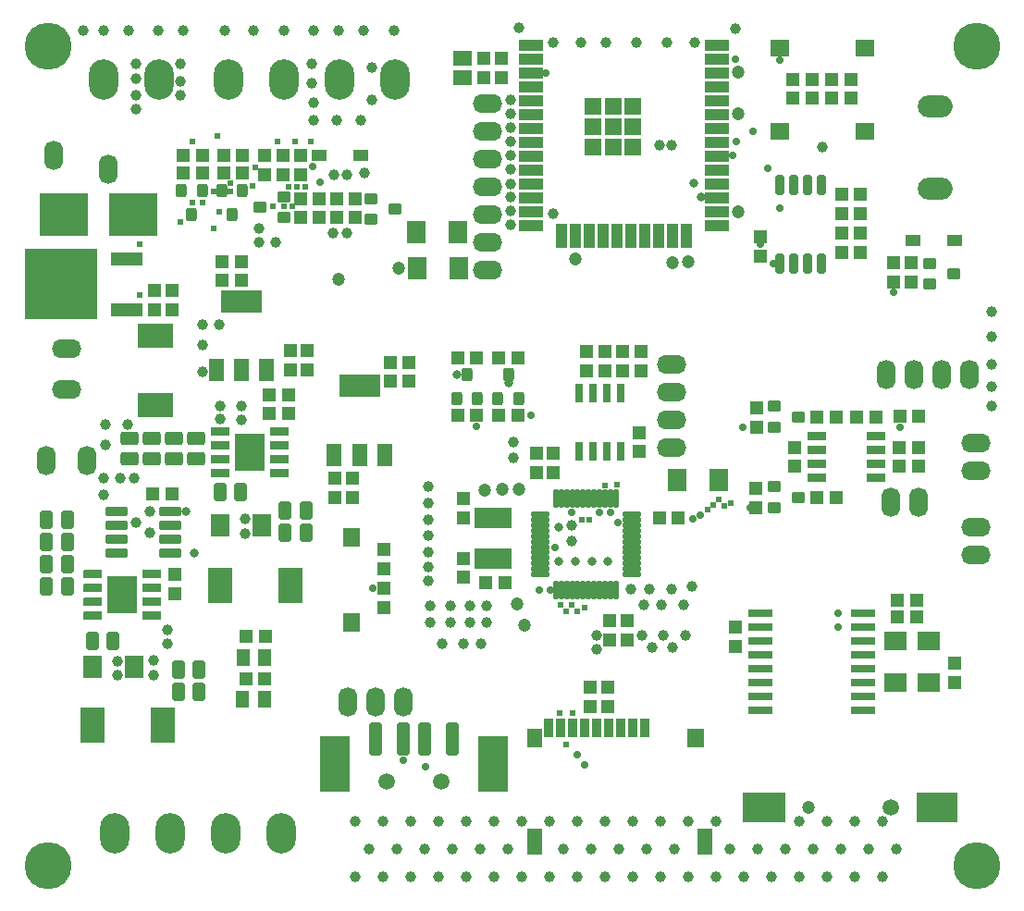
<source format=gts>
G04*
G04 #@! TF.GenerationSoftware,Altium Limited,Altium Designer,23.0.1 (38)*
G04*
G04 Layer_Color=8388736*
%FSLAX44Y44*%
%MOMM*%
G71*
G04*
G04 #@! TF.SameCoordinates,6FF5410F-6566-4CAA-8283-5BB090145FDD*
G04*
G04*
G04 #@! TF.FilePolarity,Negative*
G04*
G01*
G75*
%ADD62R,1.2032X1.2032*%
%ADD63C,1.2032*%
%ADD64R,1.2032X1.6032*%
%ADD65R,1.2032X1.2032*%
%ADD66R,2.2032X1.1032*%
%ADD67R,1.1032X2.2032*%
%ADD68R,1.5332X1.5332*%
G04:AMPARAMS|DCode=69|XSize=1.2032mm|YSize=1.0033mm|CornerRadius=0.2216mm|HoleSize=0mm|Usage=FLASHONLY|Rotation=0.000|XOffset=0mm|YOffset=0mm|HoleType=Round|Shape=RoundedRectangle|*
%AMROUNDEDRECTD69*
21,1,1.2032,0.5601,0,0,0.0*
21,1,0.7600,1.0033,0,0,0.0*
1,1,0.4432,0.3800,-0.2800*
1,1,0.4432,-0.3800,-0.2800*
1,1,0.4432,-0.3800,0.2800*
1,1,0.4432,0.3800,0.2800*
%
%ADD69ROUNDEDRECTD69*%
%ADD70R,1.4032X1.0032*%
%ADD71R,2.0033X1.8032*%
%ADD72R,3.7432X2.8032*%
%ADD73R,3.8632X2.8032*%
%ADD74R,2.1844X0.7366*%
%ADD75R,0.8032X1.7532*%
G04:AMPARAMS|DCode=76|XSize=0.4832mm|YSize=1.7632mm|CornerRadius=0.1716mm|HoleSize=0mm|Usage=FLASHONLY|Rotation=270.000|XOffset=0mm|YOffset=0mm|HoleType=Round|Shape=RoundedRectangle|*
%AMROUNDEDRECTD76*
21,1,0.4832,1.4200,0,0,270.0*
21,1,0.1400,1.7632,0,0,270.0*
1,1,0.3432,-0.7100,-0.0700*
1,1,0.3432,-0.7100,0.0700*
1,1,0.3432,0.7100,0.0700*
1,1,0.3432,0.7100,-0.0700*
%
%ADD76ROUNDEDRECTD76*%
G04:AMPARAMS|DCode=77|XSize=0.4832mm|YSize=1.7632mm|CornerRadius=0.1716mm|HoleSize=0mm|Usage=FLASHONLY|Rotation=180.000|XOffset=0mm|YOffset=0mm|HoleType=Round|Shape=RoundedRectangle|*
%AMROUNDEDRECTD77*
21,1,0.4832,1.4200,0,0,180.0*
21,1,0.1400,1.7632,0,0,180.0*
1,1,0.3432,-0.0700,0.7100*
1,1,0.3432,0.0700,0.7100*
1,1,0.3432,0.0700,-0.7100*
1,1,0.3432,-0.0700,-0.7100*
%
%ADD77ROUNDEDRECTD77*%
%ADD78R,3.5032X1.9032*%
%ADD79R,1.8032X2.0033*%
G04:AMPARAMS|DCode=80|XSize=1.2032mm|YSize=1.0033mm|CornerRadius=0.2216mm|HoleSize=0mm|Usage=FLASHONLY|Rotation=90.000|XOffset=0mm|YOffset=0mm|HoleType=Round|Shape=RoundedRectangle|*
%AMROUNDEDRECTD80*
21,1,1.2032,0.5601,0,0,90.0*
21,1,0.7600,1.0033,0,0,90.0*
1,1,0.4432,0.2800,0.3800*
1,1,0.4432,0.2800,-0.3800*
1,1,0.4432,-0.2800,-0.3800*
1,1,0.4432,-0.2800,0.3800*
%
%ADD80ROUNDEDRECTD80*%
%ADD81R,1.6032X1.7032*%
G04:AMPARAMS|DCode=82|XSize=1.2032mm|YSize=1.6232mm|CornerRadius=0.2266mm|HoleSize=0mm|Usage=FLASHONLY|Rotation=0.000|XOffset=0mm|YOffset=0mm|HoleType=Round|Shape=RoundedRectangle|*
%AMROUNDEDRECTD82*
21,1,1.2032,1.1700,0,0,0.0*
21,1,0.7500,1.6232,0,0,0.0*
1,1,0.4532,0.3750,-0.5850*
1,1,0.4532,-0.3750,-0.5850*
1,1,0.4532,-0.3750,0.5850*
1,1,0.4532,0.3750,0.5850*
%
%ADD82ROUNDEDRECTD82*%
%ADD83R,2.2032X3.2032*%
%ADD84R,1.4032X2.0032*%
%ADD85R,3.7032X2.0032*%
G04:AMPARAMS|DCode=86|XSize=2.1032mm|YSize=0.8032mm|CornerRadius=0.1766mm|HoleSize=0mm|Usage=FLASHONLY|Rotation=0.000|XOffset=0mm|YOffset=0mm|HoleType=Round|Shape=RoundedRectangle|*
%AMROUNDEDRECTD86*
21,1,2.1032,0.4500,0,0,0.0*
21,1,1.7500,0.8032,0,0,0.0*
1,1,0.3532,0.8750,-0.2250*
1,1,0.3532,-0.8750,-0.2250*
1,1,0.3532,-0.8750,0.2250*
1,1,0.3532,0.8750,0.2250*
%
%ADD86ROUNDEDRECTD86*%
G04:AMPARAMS|DCode=87|XSize=1.2032mm|YSize=1.6232mm|CornerRadius=0.2266mm|HoleSize=0mm|Usage=FLASHONLY|Rotation=270.000|XOffset=0mm|YOffset=0mm|HoleType=Round|Shape=RoundedRectangle|*
%AMROUNDEDRECTD87*
21,1,1.2032,1.1700,0,0,270.0*
21,1,0.7500,1.6232,0,0,270.0*
1,1,0.4532,-0.5850,-0.3750*
1,1,0.4532,-0.5850,0.3750*
1,1,0.4532,0.5850,0.3750*
1,1,0.4532,0.5850,-0.3750*
%
%ADD87ROUNDEDRECTD87*%
%ADD88R,2.9032X1.2032*%
%ADD89R,6.6032X6.4032*%
%ADD90R,4.4432X4.0132*%
%ADD91R,1.7032X1.6032*%
%ADD92R,1.6732X1.3432*%
%ADD93C,1.0032*%
%ADD94R,0.9032X1.8032*%
%ADD95R,1.4031X2.4031*%
%ADD96R,1.6033X1.8032*%
%ADD97R,1.4031X1.8032*%
G04:AMPARAMS|DCode=98|XSize=1.1032mm|YSize=3.0032mm|CornerRadius=0.1196mm|HoleSize=0mm|Usage=FLASHONLY|Rotation=0.000|XOffset=0mm|YOffset=0mm|HoleType=Round|Shape=RoundedRectangle|*
%AMROUNDEDRECTD98*
21,1,1.1032,2.7640,0,0,0.0*
21,1,0.8640,3.0032,0,0,0.0*
1,1,0.2392,0.4320,-1.3820*
1,1,0.2392,-0.4320,-1.3820*
1,1,0.2392,-0.4320,1.3820*
1,1,0.2392,0.4320,1.3820*
%
%ADD98ROUNDEDRECTD98*%
%ADD99R,2.7032X5.2032*%
G04:AMPARAMS|DCode=100|XSize=1.8132mm|YSize=0.7832mm|CornerRadius=0.1741mm|HoleSize=0mm|Usage=FLASHONLY|Rotation=270.000|XOffset=0mm|YOffset=0mm|HoleType=Round|Shape=RoundedRectangle|*
%AMROUNDEDRECTD100*
21,1,1.8132,0.4350,0,0,270.0*
21,1,1.4650,0.7832,0,0,270.0*
1,1,0.3482,-0.2175,-0.7325*
1,1,0.3482,-0.2175,0.7325*
1,1,0.3482,0.2175,0.7325*
1,1,0.3482,0.2175,-0.7325*
%
%ADD100ROUNDEDRECTD100*%
%ADD101R,3.2032X2.2032*%
%ADD102C,1.5032*%
%ADD103O,2.7032X3.7032*%
%ADD104O,1.7032X2.7032*%
%ADD105O,2.7032X1.7032*%
%ADD106O,3.2032X2.0032*%
%ADD107C,0.7032*%
%ADD108C,0.6032*%
%ADD109C,0.8032*%
%ADD110C,4.3032*%
G36*
X190756Y426469D02*
X190782Y426467D01*
X190808Y426464D01*
X190834Y426459D01*
X190859Y426453D01*
X190884Y426446D01*
X190909Y426437D01*
X190933Y426427D01*
X190957Y426415D01*
X190980Y426403D01*
X191002Y426389D01*
X191024Y426375D01*
X191045Y426359D01*
X191065Y426342D01*
X191084Y426324D01*
X191102Y426305D01*
X191119Y426285D01*
X191134Y426264D01*
X191149Y426242D01*
X191163Y426220D01*
X191175Y426197D01*
X191187Y426173D01*
X191197Y426149D01*
X191206Y426124D01*
X191213Y426099D01*
X191219Y426074D01*
X191224Y426048D01*
X191227Y426022D01*
X191229Y425996D01*
X191230Y425970D01*
Y419570D01*
X191229Y419544D01*
X191227Y419518D01*
X191224Y419492D01*
X191219Y419466D01*
X191213Y419441D01*
X191206Y419416D01*
X191197Y419391D01*
X191187Y419367D01*
X191175Y419343D01*
X191163Y419320D01*
X191149Y419298D01*
X191134Y419276D01*
X191119Y419255D01*
X191102Y419235D01*
X191084Y419216D01*
X191065Y419198D01*
X191045Y419181D01*
X191024Y419165D01*
X191002Y419151D01*
X190980Y419137D01*
X190957Y419124D01*
X190933Y419113D01*
X190909Y419103D01*
X190884Y419095D01*
X190859Y419087D01*
X190834Y419081D01*
X190808Y419076D01*
X190782Y419073D01*
X190756Y419071D01*
X190730Y419070D01*
X174830D01*
X174804Y419071D01*
X174778Y419073D01*
X174752Y419076D01*
X174726Y419081D01*
X174701Y419087D01*
X174676Y419095D01*
X174651Y419103D01*
X174627Y419113D01*
X174603Y419124D01*
X174580Y419137D01*
X174558Y419151D01*
X174536Y419165D01*
X174515Y419181D01*
X174495Y419198D01*
X174476Y419216D01*
X174458Y419235D01*
X174441Y419255D01*
X174426Y419276D01*
X174411Y419298D01*
X174397Y419320D01*
X174384Y419343D01*
X174373Y419367D01*
X174363Y419391D01*
X174354Y419416D01*
X174347Y419441D01*
X174341Y419466D01*
X174336Y419492D01*
X174333Y419518D01*
X174331Y419544D01*
X174330Y419570D01*
Y425970D01*
X174331Y425996D01*
X174333Y426022D01*
X174336Y426048D01*
X174341Y426074D01*
X174347Y426099D01*
X174354Y426124D01*
X174363Y426149D01*
X174373Y426173D01*
X174384Y426197D01*
X174397Y426220D01*
X174411Y426242D01*
X174426Y426264D01*
X174441Y426285D01*
X174458Y426305D01*
X174476Y426324D01*
X174495Y426342D01*
X174515Y426359D01*
X174536Y426375D01*
X174558Y426389D01*
X174580Y426403D01*
X174603Y426415D01*
X174627Y426427D01*
X174651Y426437D01*
X174676Y426446D01*
X174701Y426453D01*
X174726Y426459D01*
X174752Y426464D01*
X174778Y426467D01*
X174804Y426469D01*
X174830Y426470D01*
X190730D01*
X190756Y426469D01*
D02*
G37*
G36*
Y413769D02*
X190782Y413767D01*
X190808Y413764D01*
X190834Y413759D01*
X190859Y413753D01*
X190884Y413745D01*
X190909Y413737D01*
X190933Y413727D01*
X190957Y413716D01*
X190980Y413703D01*
X191002Y413689D01*
X191024Y413675D01*
X191045Y413659D01*
X191065Y413642D01*
X191084Y413624D01*
X191102Y413605D01*
X191119Y413585D01*
X191134Y413564D01*
X191149Y413542D01*
X191163Y413520D01*
X191175Y413497D01*
X191187Y413473D01*
X191197Y413449D01*
X191206Y413424D01*
X191213Y413399D01*
X191219Y413374D01*
X191224Y413348D01*
X191227Y413322D01*
X191229Y413296D01*
X191230Y413270D01*
Y406870D01*
X191229Y406844D01*
X191227Y406818D01*
X191224Y406792D01*
X191219Y406766D01*
X191213Y406741D01*
X191206Y406716D01*
X191197Y406691D01*
X191187Y406667D01*
X191175Y406643D01*
X191163Y406620D01*
X191149Y406598D01*
X191134Y406576D01*
X191119Y406555D01*
X191102Y406535D01*
X191084Y406516D01*
X191065Y406498D01*
X191045Y406481D01*
X191024Y406465D01*
X191002Y406451D01*
X190980Y406437D01*
X190957Y406424D01*
X190933Y406413D01*
X190909Y406403D01*
X190884Y406395D01*
X190859Y406387D01*
X190834Y406381D01*
X190808Y406376D01*
X190782Y406373D01*
X190756Y406371D01*
X190730Y406370D01*
X174830D01*
X174804Y406371D01*
X174778Y406373D01*
X174752Y406376D01*
X174726Y406381D01*
X174701Y406387D01*
X174676Y406395D01*
X174651Y406403D01*
X174627Y406413D01*
X174603Y406424D01*
X174580Y406437D01*
X174558Y406451D01*
X174536Y406465D01*
X174515Y406481D01*
X174495Y406498D01*
X174476Y406516D01*
X174458Y406535D01*
X174441Y406555D01*
X174426Y406576D01*
X174411Y406598D01*
X174397Y406620D01*
X174384Y406643D01*
X174373Y406667D01*
X174363Y406691D01*
X174354Y406716D01*
X174347Y406741D01*
X174341Y406766D01*
X174336Y406792D01*
X174333Y406818D01*
X174331Y406844D01*
X174330Y406870D01*
Y413270D01*
X174331Y413296D01*
X174333Y413322D01*
X174336Y413348D01*
X174341Y413374D01*
X174347Y413399D01*
X174354Y413424D01*
X174363Y413449D01*
X174373Y413473D01*
X174384Y413497D01*
X174397Y413520D01*
X174411Y413542D01*
X174426Y413564D01*
X174441Y413585D01*
X174458Y413605D01*
X174476Y413624D01*
X174495Y413642D01*
X174515Y413659D01*
X174536Y413675D01*
X174558Y413689D01*
X174580Y413703D01*
X174603Y413716D01*
X174627Y413727D01*
X174651Y413737D01*
X174676Y413745D01*
X174701Y413753D01*
X174726Y413759D01*
X174752Y413764D01*
X174778Y413767D01*
X174804Y413769D01*
X174830Y413770D01*
X190730D01*
X190756Y413769D01*
D02*
G37*
G36*
Y401069D02*
X190782Y401067D01*
X190808Y401064D01*
X190834Y401059D01*
X190859Y401053D01*
X190884Y401045D01*
X190909Y401037D01*
X190933Y401027D01*
X190957Y401016D01*
X190980Y401003D01*
X191002Y400989D01*
X191024Y400975D01*
X191045Y400959D01*
X191065Y400942D01*
X191084Y400924D01*
X191102Y400905D01*
X191119Y400885D01*
X191134Y400864D01*
X191149Y400842D01*
X191163Y400820D01*
X191175Y400797D01*
X191187Y400773D01*
X191197Y400749D01*
X191206Y400724D01*
X191213Y400699D01*
X191219Y400674D01*
X191224Y400648D01*
X191227Y400622D01*
X191229Y400596D01*
X191230Y400570D01*
Y394170D01*
X191229Y394144D01*
X191227Y394118D01*
X191224Y394092D01*
X191219Y394066D01*
X191213Y394041D01*
X191206Y394016D01*
X191197Y393991D01*
X191187Y393967D01*
X191175Y393943D01*
X191163Y393920D01*
X191149Y393898D01*
X191134Y393876D01*
X191119Y393855D01*
X191102Y393835D01*
X191084Y393816D01*
X191065Y393798D01*
X191045Y393781D01*
X191024Y393765D01*
X191002Y393751D01*
X190980Y393737D01*
X190957Y393725D01*
X190933Y393713D01*
X190909Y393703D01*
X190884Y393694D01*
X190859Y393687D01*
X190834Y393681D01*
X190808Y393676D01*
X190782Y393673D01*
X190756Y393671D01*
X190730Y393670D01*
X174830D01*
X174804Y393671D01*
X174778Y393673D01*
X174752Y393676D01*
X174726Y393681D01*
X174701Y393687D01*
X174676Y393694D01*
X174651Y393703D01*
X174627Y393713D01*
X174603Y393725D01*
X174580Y393737D01*
X174558Y393751D01*
X174536Y393765D01*
X174515Y393781D01*
X174495Y393798D01*
X174476Y393816D01*
X174458Y393835D01*
X174441Y393855D01*
X174426Y393876D01*
X174411Y393898D01*
X174397Y393920D01*
X174384Y393943D01*
X174373Y393967D01*
X174363Y393991D01*
X174354Y394016D01*
X174347Y394041D01*
X174341Y394066D01*
X174336Y394092D01*
X174333Y394118D01*
X174331Y394144D01*
X174330Y394170D01*
Y400570D01*
X174331Y400596D01*
X174333Y400622D01*
X174336Y400648D01*
X174341Y400674D01*
X174347Y400699D01*
X174354Y400724D01*
X174363Y400749D01*
X174373Y400773D01*
X174384Y400797D01*
X174397Y400820D01*
X174411Y400842D01*
X174426Y400864D01*
X174441Y400885D01*
X174458Y400905D01*
X174476Y400924D01*
X174495Y400942D01*
X174515Y400959D01*
X174536Y400975D01*
X174558Y400989D01*
X174580Y401003D01*
X174603Y401016D01*
X174627Y401027D01*
X174651Y401037D01*
X174676Y401045D01*
X174701Y401053D01*
X174726Y401059D01*
X174752Y401064D01*
X174778Y401067D01*
X174804Y401069D01*
X174830Y401070D01*
X190730D01*
X190756Y401069D01*
D02*
G37*
G36*
Y388369D02*
X190782Y388367D01*
X190808Y388364D01*
X190834Y388359D01*
X190859Y388353D01*
X190884Y388345D01*
X190909Y388337D01*
X190933Y388327D01*
X190957Y388316D01*
X190980Y388303D01*
X191002Y388289D01*
X191024Y388274D01*
X191045Y388259D01*
X191065Y388242D01*
X191084Y388224D01*
X191102Y388205D01*
X191119Y388185D01*
X191134Y388164D01*
X191149Y388142D01*
X191163Y388120D01*
X191175Y388097D01*
X191187Y388073D01*
X191197Y388049D01*
X191206Y388024D01*
X191213Y387999D01*
X191219Y387974D01*
X191224Y387948D01*
X191227Y387922D01*
X191229Y387896D01*
X191230Y387870D01*
Y381470D01*
X191229Y381444D01*
X191227Y381418D01*
X191224Y381392D01*
X191219Y381366D01*
X191213Y381341D01*
X191206Y381315D01*
X191197Y381291D01*
X191187Y381267D01*
X191175Y381243D01*
X191163Y381220D01*
X191149Y381198D01*
X191134Y381176D01*
X191119Y381155D01*
X191102Y381135D01*
X191084Y381116D01*
X191065Y381098D01*
X191045Y381081D01*
X191024Y381065D01*
X191002Y381051D01*
X190980Y381037D01*
X190957Y381025D01*
X190933Y381013D01*
X190909Y381003D01*
X190884Y380994D01*
X190859Y380987D01*
X190834Y380981D01*
X190808Y380976D01*
X190782Y380973D01*
X190756Y380971D01*
X190730Y380970D01*
X174830D01*
X174804Y380971D01*
X174778Y380973D01*
X174752Y380976D01*
X174726Y380981D01*
X174701Y380987D01*
X174676Y380994D01*
X174651Y381003D01*
X174627Y381013D01*
X174603Y381025D01*
X174580Y381037D01*
X174558Y381051D01*
X174536Y381065D01*
X174515Y381081D01*
X174495Y381098D01*
X174476Y381116D01*
X174458Y381135D01*
X174441Y381155D01*
X174426Y381176D01*
X174411Y381198D01*
X174397Y381220D01*
X174384Y381243D01*
X174373Y381267D01*
X174363Y381291D01*
X174354Y381315D01*
X174347Y381341D01*
X174341Y381366D01*
X174336Y381392D01*
X174333Y381418D01*
X174331Y381444D01*
X174330Y381470D01*
Y387870D01*
X174331Y387896D01*
X174333Y387922D01*
X174336Y387948D01*
X174341Y387974D01*
X174347Y387999D01*
X174354Y388024D01*
X174363Y388049D01*
X174373Y388073D01*
X174384Y388097D01*
X174397Y388120D01*
X174411Y388142D01*
X174426Y388164D01*
X174441Y388185D01*
X174458Y388205D01*
X174476Y388224D01*
X174495Y388242D01*
X174515Y388259D01*
X174536Y388274D01*
X174558Y388289D01*
X174580Y388303D01*
X174603Y388316D01*
X174627Y388327D01*
X174651Y388337D01*
X174676Y388345D01*
X174701Y388353D01*
X174726Y388359D01*
X174752Y388364D01*
X174778Y388367D01*
X174804Y388369D01*
X174830Y388370D01*
X190730D01*
X190756Y388369D01*
D02*
G37*
G36*
X127916Y295659D02*
X127942Y295657D01*
X127968Y295654D01*
X127994Y295649D01*
X128019Y295643D01*
X128045Y295636D01*
X128069Y295627D01*
X128093Y295617D01*
X128117Y295606D01*
X128140Y295593D01*
X128162Y295579D01*
X128184Y295564D01*
X128205Y295549D01*
X128225Y295532D01*
X128244Y295514D01*
X128262Y295495D01*
X128279Y295475D01*
X128294Y295454D01*
X128309Y295432D01*
X128323Y295410D01*
X128336Y295387D01*
X128347Y295363D01*
X128357Y295339D01*
X128365Y295315D01*
X128373Y295289D01*
X128379Y295264D01*
X128384Y295238D01*
X128387Y295212D01*
X128389Y295186D01*
X128390Y295160D01*
Y288760D01*
X128389Y288734D01*
X128387Y288708D01*
X128384Y288682D01*
X128379Y288656D01*
X128373Y288631D01*
X128365Y288605D01*
X128357Y288581D01*
X128347Y288557D01*
X128336Y288533D01*
X128323Y288510D01*
X128309Y288488D01*
X128294Y288466D01*
X128279Y288445D01*
X128262Y288425D01*
X128244Y288406D01*
X128225Y288388D01*
X128205Y288371D01*
X128184Y288356D01*
X128162Y288341D01*
X128140Y288327D01*
X128117Y288314D01*
X128093Y288303D01*
X128069Y288293D01*
X128045Y288284D01*
X128019Y288277D01*
X127994Y288271D01*
X127968Y288266D01*
X127942Y288263D01*
X127916Y288261D01*
X127890Y288260D01*
X111990D01*
X111964Y288261D01*
X111938Y288263D01*
X111912Y288266D01*
X111886Y288271D01*
X111861Y288277D01*
X111835Y288284D01*
X111811Y288293D01*
X111787Y288303D01*
X111763Y288314D01*
X111740Y288327D01*
X111718Y288341D01*
X111696Y288356D01*
X111675Y288371D01*
X111655Y288388D01*
X111636Y288406D01*
X111618Y288425D01*
X111601Y288445D01*
X111586Y288466D01*
X111571Y288488D01*
X111557Y288510D01*
X111545Y288533D01*
X111533Y288557D01*
X111523Y288581D01*
X111515Y288605D01*
X111507Y288631D01*
X111501Y288656D01*
X111496Y288682D01*
X111493Y288708D01*
X111491Y288734D01*
X111490Y288760D01*
Y295160D01*
X111491Y295186D01*
X111493Y295212D01*
X111496Y295238D01*
X111501Y295264D01*
X111507Y295289D01*
X111515Y295315D01*
X111523Y295339D01*
X111533Y295363D01*
X111545Y295387D01*
X111557Y295410D01*
X111571Y295432D01*
X111586Y295454D01*
X111601Y295475D01*
X111618Y295495D01*
X111636Y295514D01*
X111655Y295532D01*
X111675Y295549D01*
X111696Y295564D01*
X111718Y295579D01*
X111740Y295593D01*
X111763Y295606D01*
X111787Y295617D01*
X111811Y295627D01*
X111835Y295636D01*
X111861Y295643D01*
X111886Y295649D01*
X111912Y295654D01*
X111938Y295657D01*
X111964Y295659D01*
X111990Y295660D01*
X127890D01*
X127916Y295659D01*
D02*
G37*
G36*
X73916D02*
X73942Y295657D01*
X73968Y295654D01*
X73994Y295649D01*
X74019Y295643D01*
X74044Y295636D01*
X74069Y295627D01*
X74093Y295617D01*
X74117Y295606D01*
X74140Y295593D01*
X74162Y295579D01*
X74184Y295564D01*
X74205Y295549D01*
X74225Y295532D01*
X74243Y295514D01*
X74262Y295495D01*
X74279Y295475D01*
X74295Y295454D01*
X74309Y295432D01*
X74323Y295410D01*
X74335Y295387D01*
X74347Y295363D01*
X74357Y295339D01*
X74366Y295315D01*
X74373Y295289D01*
X74379Y295264D01*
X74384Y295238D01*
X74387Y295212D01*
X74389Y295186D01*
X74390Y295160D01*
Y288760D01*
X74389Y288734D01*
X74387Y288708D01*
X74384Y288682D01*
X74379Y288656D01*
X74373Y288631D01*
X74366Y288605D01*
X74357Y288581D01*
X74347Y288557D01*
X74335Y288533D01*
X74323Y288510D01*
X74309Y288488D01*
X74295Y288466D01*
X74279Y288445D01*
X74262Y288425D01*
X74243Y288406D01*
X74225Y288388D01*
X74205Y288371D01*
X74184Y288356D01*
X74162Y288341D01*
X74140Y288327D01*
X74117Y288314D01*
X74093Y288303D01*
X74069Y288293D01*
X74044Y288284D01*
X74019Y288277D01*
X73994Y288271D01*
X73968Y288266D01*
X73942Y288263D01*
X73916Y288261D01*
X73890Y288260D01*
X57990D01*
X57964Y288261D01*
X57938Y288263D01*
X57912Y288266D01*
X57886Y288271D01*
X57861Y288277D01*
X57835Y288284D01*
X57811Y288293D01*
X57787Y288303D01*
X57763Y288314D01*
X57740Y288327D01*
X57718Y288341D01*
X57696Y288356D01*
X57675Y288371D01*
X57655Y288388D01*
X57636Y288406D01*
X57618Y288425D01*
X57601Y288445D01*
X57586Y288466D01*
X57571Y288488D01*
X57557Y288510D01*
X57544Y288533D01*
X57533Y288557D01*
X57523Y288581D01*
X57515Y288605D01*
X57507Y288631D01*
X57501Y288656D01*
X57496Y288682D01*
X57493Y288708D01*
X57491Y288734D01*
X57490Y288760D01*
Y295160D01*
X57491Y295186D01*
X57493Y295212D01*
X57496Y295238D01*
X57501Y295264D01*
X57507Y295289D01*
X57515Y295315D01*
X57523Y295339D01*
X57533Y295363D01*
X57544Y295387D01*
X57557Y295410D01*
X57571Y295432D01*
X57586Y295454D01*
X57601Y295475D01*
X57618Y295495D01*
X57636Y295514D01*
X57655Y295532D01*
X57675Y295549D01*
X57696Y295564D01*
X57718Y295579D01*
X57740Y295593D01*
X57763Y295606D01*
X57787Y295617D01*
X57811Y295627D01*
X57835Y295636D01*
X57861Y295643D01*
X57886Y295649D01*
X57912Y295654D01*
X57938Y295657D01*
X57964Y295659D01*
X57990Y295660D01*
X73890D01*
X73916Y295659D01*
D02*
G37*
G36*
X127916Y282959D02*
X127942Y282957D01*
X127968Y282954D01*
X127994Y282949D01*
X128019Y282943D01*
X128045Y282936D01*
X128069Y282927D01*
X128093Y282917D01*
X128117Y282906D01*
X128140Y282893D01*
X128162Y282879D01*
X128184Y282864D01*
X128205Y282849D01*
X128225Y282832D01*
X128244Y282814D01*
X128262Y282795D01*
X128279Y282775D01*
X128294Y282754D01*
X128309Y282732D01*
X128323Y282710D01*
X128336Y282687D01*
X128347Y282663D01*
X128357Y282639D01*
X128365Y282614D01*
X128373Y282589D01*
X128379Y282564D01*
X128384Y282538D01*
X128387Y282512D01*
X128389Y282486D01*
X128390Y282460D01*
Y276060D01*
X128389Y276034D01*
X128387Y276008D01*
X128384Y275982D01*
X128379Y275956D01*
X128373Y275931D01*
X128365Y275905D01*
X128357Y275881D01*
X128347Y275857D01*
X128336Y275833D01*
X128323Y275810D01*
X128309Y275788D01*
X128294Y275766D01*
X128279Y275745D01*
X128262Y275725D01*
X128244Y275706D01*
X128225Y275688D01*
X128205Y275671D01*
X128184Y275655D01*
X128162Y275641D01*
X128140Y275627D01*
X128117Y275614D01*
X128093Y275603D01*
X128069Y275593D01*
X128045Y275585D01*
X128019Y275577D01*
X127994Y275571D01*
X127968Y275566D01*
X127942Y275563D01*
X127916Y275561D01*
X127890Y275560D01*
X111990D01*
X111964Y275561D01*
X111938Y275563D01*
X111912Y275566D01*
X111886Y275571D01*
X111861Y275577D01*
X111835Y275585D01*
X111811Y275593D01*
X111787Y275603D01*
X111763Y275614D01*
X111740Y275627D01*
X111718Y275641D01*
X111696Y275655D01*
X111675Y275671D01*
X111655Y275688D01*
X111636Y275706D01*
X111618Y275725D01*
X111601Y275745D01*
X111586Y275766D01*
X111571Y275788D01*
X111557Y275810D01*
X111545Y275833D01*
X111533Y275857D01*
X111523Y275881D01*
X111515Y275905D01*
X111507Y275931D01*
X111501Y275956D01*
X111496Y275982D01*
X111493Y276008D01*
X111491Y276034D01*
X111490Y276060D01*
Y282460D01*
X111491Y282486D01*
X111493Y282512D01*
X111496Y282538D01*
X111501Y282564D01*
X111507Y282589D01*
X111515Y282614D01*
X111523Y282639D01*
X111533Y282663D01*
X111545Y282687D01*
X111557Y282710D01*
X111571Y282732D01*
X111586Y282754D01*
X111601Y282775D01*
X111618Y282795D01*
X111636Y282814D01*
X111655Y282832D01*
X111675Y282849D01*
X111696Y282864D01*
X111718Y282879D01*
X111740Y282893D01*
X111763Y282906D01*
X111787Y282917D01*
X111811Y282927D01*
X111835Y282936D01*
X111861Y282943D01*
X111886Y282949D01*
X111912Y282954D01*
X111938Y282957D01*
X111964Y282959D01*
X111990Y282960D01*
X127890D01*
X127916Y282959D01*
D02*
G37*
G36*
X73916D02*
X73942Y282957D01*
X73968Y282954D01*
X73994Y282949D01*
X74019Y282943D01*
X74044Y282936D01*
X74069Y282927D01*
X74093Y282917D01*
X74117Y282906D01*
X74140Y282893D01*
X74162Y282879D01*
X74184Y282864D01*
X74205Y282849D01*
X74225Y282832D01*
X74243Y282814D01*
X74262Y282795D01*
X74279Y282775D01*
X74295Y282754D01*
X74309Y282732D01*
X74323Y282710D01*
X74335Y282687D01*
X74347Y282663D01*
X74357Y282639D01*
X74366Y282614D01*
X74373Y282589D01*
X74379Y282564D01*
X74384Y282538D01*
X74387Y282512D01*
X74389Y282486D01*
X74390Y282460D01*
Y276060D01*
X74389Y276034D01*
X74387Y276008D01*
X74384Y275982D01*
X74379Y275956D01*
X74373Y275931D01*
X74366Y275905D01*
X74357Y275881D01*
X74347Y275857D01*
X74335Y275833D01*
X74323Y275810D01*
X74309Y275788D01*
X74295Y275766D01*
X74279Y275745D01*
X74262Y275725D01*
X74243Y275706D01*
X74225Y275688D01*
X74205Y275671D01*
X74184Y275655D01*
X74162Y275641D01*
X74140Y275627D01*
X74117Y275614D01*
X74093Y275603D01*
X74069Y275593D01*
X74044Y275585D01*
X74019Y275577D01*
X73994Y275571D01*
X73968Y275566D01*
X73942Y275563D01*
X73916Y275561D01*
X73890Y275560D01*
X57990D01*
X57964Y275561D01*
X57938Y275563D01*
X57912Y275566D01*
X57886Y275571D01*
X57861Y275577D01*
X57835Y275585D01*
X57811Y275593D01*
X57787Y275603D01*
X57763Y275614D01*
X57740Y275627D01*
X57718Y275641D01*
X57696Y275655D01*
X57675Y275671D01*
X57655Y275688D01*
X57636Y275706D01*
X57618Y275725D01*
X57601Y275745D01*
X57586Y275766D01*
X57571Y275788D01*
X57557Y275810D01*
X57544Y275833D01*
X57533Y275857D01*
X57523Y275881D01*
X57515Y275905D01*
X57507Y275931D01*
X57501Y275956D01*
X57496Y275982D01*
X57493Y276008D01*
X57491Y276034D01*
X57490Y276060D01*
Y282460D01*
X57491Y282486D01*
X57493Y282512D01*
X57496Y282538D01*
X57501Y282564D01*
X57507Y282589D01*
X57515Y282614D01*
X57523Y282639D01*
X57533Y282663D01*
X57544Y282687D01*
X57557Y282710D01*
X57571Y282732D01*
X57586Y282754D01*
X57601Y282775D01*
X57618Y282795D01*
X57636Y282814D01*
X57655Y282832D01*
X57675Y282849D01*
X57696Y282864D01*
X57718Y282879D01*
X57740Y282893D01*
X57763Y282906D01*
X57787Y282917D01*
X57811Y282927D01*
X57835Y282936D01*
X57861Y282943D01*
X57886Y282949D01*
X57912Y282954D01*
X57938Y282957D01*
X57964Y282959D01*
X57990Y282960D01*
X73890D01*
X73916Y282959D01*
D02*
G37*
G36*
X127916Y270259D02*
X127942Y270257D01*
X127968Y270254D01*
X127994Y270249D01*
X128019Y270243D01*
X128045Y270236D01*
X128069Y270227D01*
X128093Y270217D01*
X128117Y270205D01*
X128140Y270193D01*
X128162Y270179D01*
X128184Y270165D01*
X128205Y270149D01*
X128225Y270132D01*
X128244Y270114D01*
X128262Y270095D01*
X128279Y270075D01*
X128294Y270054D01*
X128309Y270032D01*
X128323Y270010D01*
X128336Y269987D01*
X128347Y269963D01*
X128357Y269939D01*
X128365Y269914D01*
X128373Y269889D01*
X128379Y269864D01*
X128384Y269838D01*
X128387Y269812D01*
X128389Y269786D01*
X128390Y269760D01*
Y263360D01*
X128389Y263334D01*
X128387Y263308D01*
X128384Y263282D01*
X128379Y263256D01*
X128373Y263231D01*
X128365Y263206D01*
X128357Y263181D01*
X128347Y263157D01*
X128336Y263133D01*
X128323Y263110D01*
X128309Y263088D01*
X128294Y263066D01*
X128279Y263045D01*
X128262Y263025D01*
X128244Y263006D01*
X128225Y262988D01*
X128205Y262971D01*
X128184Y262955D01*
X128162Y262941D01*
X128140Y262927D01*
X128117Y262915D01*
X128093Y262903D01*
X128069Y262893D01*
X128045Y262885D01*
X128019Y262877D01*
X127994Y262871D01*
X127968Y262866D01*
X127942Y262863D01*
X127916Y262861D01*
X127890Y262860D01*
X111990D01*
X111964Y262861D01*
X111938Y262863D01*
X111912Y262866D01*
X111886Y262871D01*
X111861Y262877D01*
X111835Y262885D01*
X111811Y262893D01*
X111787Y262903D01*
X111763Y262915D01*
X111740Y262927D01*
X111718Y262941D01*
X111696Y262955D01*
X111675Y262971D01*
X111655Y262988D01*
X111636Y263006D01*
X111618Y263025D01*
X111601Y263045D01*
X111586Y263066D01*
X111571Y263088D01*
X111557Y263110D01*
X111545Y263133D01*
X111533Y263157D01*
X111523Y263181D01*
X111515Y263206D01*
X111507Y263231D01*
X111501Y263256D01*
X111496Y263282D01*
X111493Y263308D01*
X111491Y263334D01*
X111490Y263360D01*
Y269760D01*
X111491Y269786D01*
X111493Y269812D01*
X111496Y269838D01*
X111501Y269864D01*
X111507Y269889D01*
X111515Y269914D01*
X111523Y269939D01*
X111533Y269963D01*
X111545Y269987D01*
X111557Y270010D01*
X111571Y270032D01*
X111586Y270054D01*
X111601Y270075D01*
X111618Y270095D01*
X111636Y270114D01*
X111655Y270132D01*
X111675Y270149D01*
X111696Y270165D01*
X111718Y270179D01*
X111740Y270193D01*
X111763Y270205D01*
X111787Y270217D01*
X111811Y270227D01*
X111835Y270236D01*
X111861Y270243D01*
X111886Y270249D01*
X111912Y270254D01*
X111938Y270257D01*
X111964Y270259D01*
X111990Y270260D01*
X127890D01*
X127916Y270259D01*
D02*
G37*
G36*
X73916D02*
X73942Y270257D01*
X73968Y270254D01*
X73994Y270249D01*
X74019Y270243D01*
X74044Y270236D01*
X74069Y270227D01*
X74093Y270217D01*
X74117Y270205D01*
X74140Y270193D01*
X74162Y270179D01*
X74184Y270165D01*
X74205Y270149D01*
X74225Y270132D01*
X74243Y270114D01*
X74262Y270095D01*
X74279Y270075D01*
X74295Y270054D01*
X74309Y270032D01*
X74323Y270010D01*
X74335Y269987D01*
X74347Y269963D01*
X74357Y269939D01*
X74366Y269914D01*
X74373Y269889D01*
X74379Y269864D01*
X74384Y269838D01*
X74387Y269812D01*
X74389Y269786D01*
X74390Y269760D01*
Y263360D01*
X74389Y263334D01*
X74387Y263308D01*
X74384Y263282D01*
X74379Y263256D01*
X74373Y263231D01*
X74366Y263206D01*
X74357Y263181D01*
X74347Y263157D01*
X74335Y263133D01*
X74323Y263110D01*
X74309Y263088D01*
X74295Y263066D01*
X74279Y263045D01*
X74262Y263025D01*
X74243Y263006D01*
X74225Y262988D01*
X74205Y262971D01*
X74184Y262955D01*
X74162Y262941D01*
X74140Y262927D01*
X74117Y262915D01*
X74093Y262903D01*
X74069Y262893D01*
X74044Y262885D01*
X74019Y262877D01*
X73994Y262871D01*
X73968Y262866D01*
X73942Y262863D01*
X73916Y262861D01*
X73890Y262860D01*
X57990D01*
X57964Y262861D01*
X57938Y262863D01*
X57912Y262866D01*
X57886Y262871D01*
X57861Y262877D01*
X57835Y262885D01*
X57811Y262893D01*
X57787Y262903D01*
X57763Y262915D01*
X57740Y262927D01*
X57718Y262941D01*
X57696Y262955D01*
X57675Y262971D01*
X57655Y262988D01*
X57636Y263006D01*
X57618Y263025D01*
X57601Y263045D01*
X57586Y263066D01*
X57571Y263088D01*
X57557Y263110D01*
X57544Y263133D01*
X57533Y263157D01*
X57523Y263181D01*
X57515Y263206D01*
X57507Y263231D01*
X57501Y263256D01*
X57496Y263282D01*
X57493Y263308D01*
X57491Y263334D01*
X57490Y263360D01*
Y269760D01*
X57491Y269786D01*
X57493Y269812D01*
X57496Y269838D01*
X57501Y269864D01*
X57507Y269889D01*
X57515Y269914D01*
X57523Y269939D01*
X57533Y269963D01*
X57544Y269987D01*
X57557Y270010D01*
X57571Y270032D01*
X57586Y270054D01*
X57601Y270075D01*
X57618Y270095D01*
X57636Y270114D01*
X57655Y270132D01*
X57675Y270149D01*
X57696Y270165D01*
X57718Y270179D01*
X57740Y270193D01*
X57763Y270205D01*
X57787Y270217D01*
X57811Y270227D01*
X57835Y270236D01*
X57861Y270243D01*
X57886Y270249D01*
X57912Y270254D01*
X57938Y270257D01*
X57964Y270259D01*
X57990Y270260D01*
X73890D01*
X73916Y270259D01*
D02*
G37*
G36*
X106490Y255910D02*
X79390D01*
Y289910D01*
X106490D01*
Y255910D01*
D02*
G37*
G36*
X127916Y257559D02*
X127942Y257557D01*
X127968Y257554D01*
X127994Y257549D01*
X128019Y257543D01*
X128045Y257535D01*
X128069Y257527D01*
X128093Y257517D01*
X128117Y257505D01*
X128140Y257493D01*
X128162Y257479D01*
X128184Y257465D01*
X128205Y257449D01*
X128225Y257432D01*
X128244Y257414D01*
X128262Y257395D01*
X128279Y257375D01*
X128294Y257354D01*
X128309Y257332D01*
X128323Y257310D01*
X128336Y257287D01*
X128347Y257263D01*
X128357Y257239D01*
X128365Y257215D01*
X128373Y257189D01*
X128379Y257164D01*
X128384Y257138D01*
X128387Y257112D01*
X128389Y257086D01*
X128390Y257060D01*
Y250660D01*
X128389Y250634D01*
X128387Y250608D01*
X128384Y250582D01*
X128379Y250556D01*
X128373Y250531D01*
X128365Y250506D01*
X128357Y250481D01*
X128347Y250457D01*
X128336Y250433D01*
X128323Y250410D01*
X128309Y250388D01*
X128294Y250366D01*
X128279Y250345D01*
X128262Y250325D01*
X128244Y250306D01*
X128225Y250288D01*
X128205Y250271D01*
X128184Y250256D01*
X128162Y250241D01*
X128140Y250227D01*
X128117Y250215D01*
X128093Y250203D01*
X128069Y250193D01*
X128045Y250184D01*
X128019Y250177D01*
X127994Y250171D01*
X127968Y250166D01*
X127942Y250163D01*
X127916Y250161D01*
X127890Y250160D01*
X111990D01*
X111964Y250161D01*
X111938Y250163D01*
X111912Y250166D01*
X111886Y250171D01*
X111861Y250177D01*
X111835Y250184D01*
X111811Y250193D01*
X111787Y250203D01*
X111763Y250215D01*
X111740Y250227D01*
X111718Y250241D01*
X111696Y250256D01*
X111675Y250271D01*
X111655Y250288D01*
X111636Y250306D01*
X111618Y250325D01*
X111601Y250345D01*
X111586Y250366D01*
X111571Y250388D01*
X111557Y250410D01*
X111545Y250433D01*
X111533Y250457D01*
X111523Y250481D01*
X111515Y250506D01*
X111507Y250531D01*
X111501Y250556D01*
X111496Y250582D01*
X111493Y250608D01*
X111491Y250634D01*
X111490Y250660D01*
Y257060D01*
X111491Y257086D01*
X111493Y257112D01*
X111496Y257138D01*
X111501Y257164D01*
X111507Y257189D01*
X111515Y257215D01*
X111523Y257239D01*
X111533Y257263D01*
X111545Y257287D01*
X111557Y257310D01*
X111571Y257332D01*
X111586Y257354D01*
X111601Y257375D01*
X111618Y257395D01*
X111636Y257414D01*
X111655Y257432D01*
X111675Y257449D01*
X111696Y257465D01*
X111718Y257479D01*
X111740Y257493D01*
X111763Y257505D01*
X111787Y257517D01*
X111811Y257527D01*
X111835Y257535D01*
X111861Y257543D01*
X111886Y257549D01*
X111912Y257554D01*
X111938Y257557D01*
X111964Y257559D01*
X111990Y257560D01*
X127890D01*
X127916Y257559D01*
D02*
G37*
G36*
X73916D02*
X73942Y257557D01*
X73968Y257554D01*
X73994Y257549D01*
X74019Y257543D01*
X74044Y257535D01*
X74069Y257527D01*
X74093Y257517D01*
X74117Y257505D01*
X74140Y257493D01*
X74162Y257479D01*
X74184Y257465D01*
X74205Y257449D01*
X74225Y257432D01*
X74243Y257414D01*
X74262Y257395D01*
X74279Y257375D01*
X74295Y257354D01*
X74309Y257332D01*
X74323Y257310D01*
X74335Y257287D01*
X74347Y257263D01*
X74357Y257239D01*
X74366Y257215D01*
X74373Y257189D01*
X74379Y257164D01*
X74384Y257138D01*
X74387Y257112D01*
X74389Y257086D01*
X74390Y257060D01*
Y250660D01*
X74389Y250634D01*
X74387Y250608D01*
X74384Y250582D01*
X74379Y250556D01*
X74373Y250531D01*
X74366Y250506D01*
X74357Y250481D01*
X74347Y250457D01*
X74335Y250433D01*
X74323Y250410D01*
X74309Y250388D01*
X74295Y250366D01*
X74279Y250345D01*
X74262Y250325D01*
X74243Y250306D01*
X74225Y250288D01*
X74205Y250271D01*
X74184Y250256D01*
X74162Y250241D01*
X74140Y250227D01*
X74117Y250215D01*
X74093Y250203D01*
X74069Y250193D01*
X74044Y250184D01*
X74019Y250177D01*
X73994Y250171D01*
X73968Y250166D01*
X73942Y250163D01*
X73916Y250161D01*
X73890Y250160D01*
X57990D01*
X57964Y250161D01*
X57938Y250163D01*
X57912Y250166D01*
X57886Y250171D01*
X57861Y250177D01*
X57835Y250184D01*
X57811Y250193D01*
X57787Y250203D01*
X57763Y250215D01*
X57740Y250227D01*
X57718Y250241D01*
X57696Y250256D01*
X57675Y250271D01*
X57655Y250288D01*
X57636Y250306D01*
X57618Y250325D01*
X57601Y250345D01*
X57586Y250366D01*
X57571Y250388D01*
X57557Y250410D01*
X57544Y250433D01*
X57533Y250457D01*
X57523Y250481D01*
X57515Y250506D01*
X57507Y250531D01*
X57501Y250556D01*
X57496Y250582D01*
X57493Y250608D01*
X57491Y250634D01*
X57490Y250660D01*
Y257060D01*
X57491Y257086D01*
X57493Y257112D01*
X57496Y257138D01*
X57501Y257164D01*
X57507Y257189D01*
X57515Y257215D01*
X57523Y257239D01*
X57533Y257263D01*
X57544Y257287D01*
X57557Y257310D01*
X57571Y257332D01*
X57586Y257354D01*
X57601Y257375D01*
X57618Y257395D01*
X57636Y257414D01*
X57655Y257432D01*
X57675Y257449D01*
X57696Y257465D01*
X57718Y257479D01*
X57740Y257493D01*
X57763Y257505D01*
X57787Y257517D01*
X57811Y257527D01*
X57835Y257535D01*
X57861Y257543D01*
X57886Y257549D01*
X57912Y257554D01*
X57938Y257557D01*
X57964Y257559D01*
X57990Y257560D01*
X73890D01*
X73916Y257559D01*
D02*
G37*
G36*
X244756Y426469D02*
X244782Y426467D01*
X244808Y426464D01*
X244834Y426459D01*
X244859Y426453D01*
X244884Y426446D01*
X244909Y426437D01*
X244933Y426427D01*
X244957Y426415D01*
X244980Y426403D01*
X245002Y426389D01*
X245024Y426375D01*
X245045Y426359D01*
X245065Y426342D01*
X245084Y426324D01*
X245102Y426305D01*
X245119Y426285D01*
X245135Y426264D01*
X245149Y426242D01*
X245163Y426220D01*
X245175Y426197D01*
X245187Y426173D01*
X245197Y426149D01*
X245205Y426124D01*
X245213Y426099D01*
X245219Y426074D01*
X245224Y426048D01*
X245227Y426022D01*
X245229Y425996D01*
X245230Y425970D01*
Y419570D01*
X245229Y419544D01*
X245227Y419518D01*
X245224Y419492D01*
X245219Y419466D01*
X245213Y419441D01*
X245205Y419416D01*
X245197Y419391D01*
X245187Y419367D01*
X245175Y419343D01*
X245163Y419320D01*
X245149Y419298D01*
X245135Y419276D01*
X245119Y419255D01*
X245102Y419235D01*
X245084Y419216D01*
X245065Y419198D01*
X245045Y419181D01*
X245024Y419165D01*
X245002Y419151D01*
X244980Y419137D01*
X244957Y419124D01*
X244933Y419113D01*
X244909Y419103D01*
X244884Y419095D01*
X244859Y419087D01*
X244834Y419081D01*
X244808Y419076D01*
X244782Y419073D01*
X244756Y419071D01*
X244730Y419070D01*
X228830D01*
X228804Y419071D01*
X228778Y419073D01*
X228752Y419076D01*
X228726Y419081D01*
X228701Y419087D01*
X228675Y419095D01*
X228651Y419103D01*
X228627Y419113D01*
X228603Y419124D01*
X228580Y419137D01*
X228558Y419151D01*
X228536Y419165D01*
X228515Y419181D01*
X228495Y419198D01*
X228477Y419216D01*
X228458Y419235D01*
X228441Y419255D01*
X228426Y419276D01*
X228411Y419298D01*
X228397Y419320D01*
X228384Y419343D01*
X228373Y419367D01*
X228363Y419391D01*
X228354Y419416D01*
X228347Y419441D01*
X228341Y419466D01*
X228336Y419492D01*
X228333Y419518D01*
X228331Y419544D01*
X228330Y419570D01*
Y425970D01*
X228331Y425996D01*
X228333Y426022D01*
X228336Y426048D01*
X228341Y426074D01*
X228347Y426099D01*
X228354Y426124D01*
X228363Y426149D01*
X228373Y426173D01*
X228384Y426197D01*
X228397Y426220D01*
X228411Y426242D01*
X228426Y426264D01*
X228441Y426285D01*
X228458Y426305D01*
X228477Y426324D01*
X228495Y426342D01*
X228515Y426359D01*
X228536Y426375D01*
X228558Y426389D01*
X228580Y426403D01*
X228603Y426415D01*
X228627Y426427D01*
X228651Y426437D01*
X228675Y426446D01*
X228701Y426453D01*
X228726Y426459D01*
X228752Y426464D01*
X228778Y426467D01*
X228804Y426469D01*
X228830Y426470D01*
X244730D01*
X244756Y426469D01*
D02*
G37*
G36*
X790754Y422041D02*
X790780Y422039D01*
X790806Y422036D01*
X790832Y422031D01*
X790857Y422025D01*
X790882Y422018D01*
X790907Y422009D01*
X790931Y421999D01*
X790955Y421987D01*
X790978Y421975D01*
X791000Y421961D01*
X791022Y421946D01*
X791043Y421931D01*
X791063Y421914D01*
X791082Y421895D01*
X791100Y421877D01*
X791117Y421857D01*
X791133Y421836D01*
X791147Y421814D01*
X791161Y421792D01*
X791173Y421769D01*
X791185Y421745D01*
X791195Y421721D01*
X791204Y421697D01*
X791211Y421671D01*
X791217Y421646D01*
X791222Y421620D01*
X791225Y421594D01*
X791227Y421568D01*
X791228Y421542D01*
Y415142D01*
X791227Y415116D01*
X791225Y415090D01*
X791222Y415064D01*
X791217Y415038D01*
X791211Y415013D01*
X791204Y414987D01*
X791195Y414963D01*
X791185Y414939D01*
X791173Y414915D01*
X791161Y414892D01*
X791147Y414870D01*
X791133Y414848D01*
X791117Y414827D01*
X791100Y414807D01*
X791082Y414788D01*
X791063Y414770D01*
X791043Y414753D01*
X791022Y414738D01*
X791000Y414723D01*
X790978Y414709D01*
X790955Y414697D01*
X790931Y414685D01*
X790907Y414675D01*
X790882Y414666D01*
X790857Y414659D01*
X790832Y414653D01*
X790806Y414648D01*
X790780Y414645D01*
X790754Y414643D01*
X790728Y414642D01*
X774828D01*
X774802Y414643D01*
X774776Y414645D01*
X774750Y414648D01*
X774724Y414653D01*
X774699Y414659D01*
X774673Y414666D01*
X774649Y414675D01*
X774625Y414685D01*
X774601Y414697D01*
X774578Y414709D01*
X774556Y414723D01*
X774534Y414738D01*
X774513Y414753D01*
X774493Y414770D01*
X774474Y414788D01*
X774456Y414807D01*
X774439Y414827D01*
X774424Y414848D01*
X774409Y414870D01*
X774395Y414892D01*
X774382Y414915D01*
X774371Y414939D01*
X774361Y414963D01*
X774352Y414987D01*
X774345Y415013D01*
X774339Y415038D01*
X774334Y415064D01*
X774331Y415090D01*
X774329Y415116D01*
X774328Y415142D01*
Y421542D01*
X774329Y421568D01*
X774331Y421594D01*
X774334Y421620D01*
X774339Y421646D01*
X774345Y421671D01*
X774352Y421697D01*
X774361Y421721D01*
X774371Y421745D01*
X774382Y421769D01*
X774395Y421792D01*
X774409Y421814D01*
X774424Y421836D01*
X774439Y421857D01*
X774456Y421877D01*
X774474Y421895D01*
X774493Y421914D01*
X774513Y421931D01*
X774534Y421946D01*
X774556Y421961D01*
X774578Y421975D01*
X774601Y421987D01*
X774625Y421999D01*
X774649Y422009D01*
X774673Y422018D01*
X774699Y422025D01*
X774724Y422031D01*
X774750Y422036D01*
X774776Y422039D01*
X774802Y422041D01*
X774828Y422042D01*
X790728D01*
X790754Y422041D01*
D02*
G37*
G36*
X736754D02*
X736780Y422039D01*
X736806Y422036D01*
X736832Y422031D01*
X736857Y422025D01*
X736882Y422018D01*
X736907Y422009D01*
X736931Y421999D01*
X736955Y421987D01*
X736978Y421975D01*
X737000Y421961D01*
X737022Y421946D01*
X737043Y421931D01*
X737063Y421914D01*
X737082Y421895D01*
X737100Y421877D01*
X737117Y421857D01*
X737132Y421836D01*
X737147Y421814D01*
X737161Y421792D01*
X737173Y421769D01*
X737185Y421745D01*
X737195Y421721D01*
X737204Y421697D01*
X737211Y421671D01*
X737217Y421646D01*
X737222Y421620D01*
X737225Y421594D01*
X737227Y421568D01*
X737228Y421542D01*
Y415142D01*
X737227Y415116D01*
X737225Y415090D01*
X737222Y415064D01*
X737217Y415038D01*
X737211Y415013D01*
X737204Y414987D01*
X737195Y414963D01*
X737185Y414939D01*
X737173Y414915D01*
X737161Y414892D01*
X737147Y414870D01*
X737132Y414848D01*
X737117Y414827D01*
X737100Y414807D01*
X737082Y414788D01*
X737063Y414770D01*
X737043Y414753D01*
X737022Y414738D01*
X737000Y414723D01*
X736978Y414709D01*
X736955Y414697D01*
X736931Y414685D01*
X736907Y414675D01*
X736882Y414666D01*
X736857Y414659D01*
X736832Y414653D01*
X736806Y414648D01*
X736780Y414645D01*
X736754Y414643D01*
X736728Y414642D01*
X720828D01*
X720802Y414643D01*
X720776Y414645D01*
X720750Y414648D01*
X720724Y414653D01*
X720699Y414659D01*
X720674Y414666D01*
X720649Y414675D01*
X720625Y414685D01*
X720601Y414697D01*
X720578Y414709D01*
X720556Y414723D01*
X720534Y414738D01*
X720513Y414753D01*
X720493Y414770D01*
X720474Y414788D01*
X720456Y414807D01*
X720440Y414827D01*
X720424Y414848D01*
X720409Y414870D01*
X720395Y414892D01*
X720383Y414915D01*
X720371Y414939D01*
X720361Y414963D01*
X720352Y414987D01*
X720345Y415013D01*
X720339Y415038D01*
X720334Y415064D01*
X720331Y415090D01*
X720329Y415116D01*
X720328Y415142D01*
Y421542D01*
X720329Y421568D01*
X720331Y421594D01*
X720334Y421620D01*
X720339Y421646D01*
X720345Y421671D01*
X720352Y421697D01*
X720361Y421721D01*
X720371Y421745D01*
X720383Y421769D01*
X720395Y421792D01*
X720409Y421814D01*
X720424Y421836D01*
X720440Y421857D01*
X720456Y421877D01*
X720474Y421895D01*
X720493Y421914D01*
X720513Y421931D01*
X720534Y421946D01*
X720556Y421961D01*
X720578Y421975D01*
X720601Y421987D01*
X720625Y421999D01*
X720649Y422009D01*
X720674Y422018D01*
X720699Y422025D01*
X720724Y422031D01*
X720750Y422036D01*
X720776Y422039D01*
X720802Y422041D01*
X720828Y422042D01*
X736728D01*
X736754Y422041D01*
D02*
G37*
G36*
X244756Y413769D02*
X244782Y413767D01*
X244808Y413764D01*
X244834Y413759D01*
X244859Y413753D01*
X244884Y413745D01*
X244909Y413737D01*
X244933Y413727D01*
X244957Y413716D01*
X244980Y413703D01*
X245002Y413689D01*
X245024Y413675D01*
X245045Y413659D01*
X245065Y413642D01*
X245084Y413624D01*
X245102Y413605D01*
X245119Y413585D01*
X245135Y413564D01*
X245149Y413542D01*
X245163Y413520D01*
X245175Y413497D01*
X245187Y413473D01*
X245197Y413449D01*
X245205Y413424D01*
X245213Y413399D01*
X245219Y413374D01*
X245224Y413348D01*
X245227Y413322D01*
X245229Y413296D01*
X245230Y413270D01*
Y406870D01*
X245229Y406844D01*
X245227Y406818D01*
X245224Y406792D01*
X245219Y406766D01*
X245213Y406741D01*
X245205Y406716D01*
X245197Y406691D01*
X245187Y406667D01*
X245175Y406643D01*
X245163Y406620D01*
X245149Y406598D01*
X245135Y406576D01*
X245119Y406555D01*
X245102Y406535D01*
X245084Y406516D01*
X245065Y406498D01*
X245045Y406481D01*
X245024Y406465D01*
X245002Y406451D01*
X244980Y406437D01*
X244957Y406424D01*
X244933Y406413D01*
X244909Y406403D01*
X244884Y406395D01*
X244859Y406387D01*
X244834Y406381D01*
X244808Y406376D01*
X244782Y406373D01*
X244756Y406371D01*
X244730Y406370D01*
X228830D01*
X228804Y406371D01*
X228778Y406373D01*
X228752Y406376D01*
X228726Y406381D01*
X228701Y406387D01*
X228675Y406395D01*
X228651Y406403D01*
X228627Y406413D01*
X228603Y406424D01*
X228580Y406437D01*
X228558Y406451D01*
X228536Y406465D01*
X228515Y406481D01*
X228495Y406498D01*
X228477Y406516D01*
X228458Y406535D01*
X228441Y406555D01*
X228426Y406576D01*
X228411Y406598D01*
X228397Y406620D01*
X228384Y406643D01*
X228373Y406667D01*
X228363Y406691D01*
X228354Y406716D01*
X228347Y406741D01*
X228341Y406766D01*
X228336Y406792D01*
X228333Y406818D01*
X228331Y406844D01*
X228330Y406870D01*
Y413270D01*
X228331Y413296D01*
X228333Y413322D01*
X228336Y413348D01*
X228341Y413374D01*
X228347Y413399D01*
X228354Y413424D01*
X228363Y413449D01*
X228373Y413473D01*
X228384Y413497D01*
X228397Y413520D01*
X228411Y413542D01*
X228426Y413564D01*
X228441Y413585D01*
X228458Y413605D01*
X228477Y413624D01*
X228495Y413642D01*
X228515Y413659D01*
X228536Y413675D01*
X228558Y413689D01*
X228580Y413703D01*
X228603Y413716D01*
X228627Y413727D01*
X228651Y413737D01*
X228675Y413745D01*
X228701Y413753D01*
X228726Y413759D01*
X228752Y413764D01*
X228778Y413767D01*
X228804Y413769D01*
X228830Y413770D01*
X244730D01*
X244756Y413769D01*
D02*
G37*
G36*
X790754Y409341D02*
X790780Y409339D01*
X790806Y409336D01*
X790832Y409331D01*
X790857Y409325D01*
X790882Y409318D01*
X790907Y409309D01*
X790931Y409299D01*
X790955Y409287D01*
X790978Y409275D01*
X791000Y409261D01*
X791022Y409246D01*
X791043Y409231D01*
X791063Y409214D01*
X791082Y409196D01*
X791100Y409177D01*
X791117Y409157D01*
X791133Y409136D01*
X791147Y409114D01*
X791161Y409092D01*
X791173Y409069D01*
X791185Y409045D01*
X791195Y409021D01*
X791204Y408997D01*
X791211Y408971D01*
X791217Y408946D01*
X791222Y408920D01*
X791225Y408894D01*
X791227Y408868D01*
X791228Y408842D01*
Y402442D01*
X791227Y402416D01*
X791225Y402390D01*
X791222Y402364D01*
X791217Y402338D01*
X791211Y402313D01*
X791204Y402287D01*
X791195Y402263D01*
X791185Y402239D01*
X791173Y402215D01*
X791161Y402192D01*
X791147Y402170D01*
X791133Y402148D01*
X791117Y402127D01*
X791100Y402107D01*
X791082Y402088D01*
X791063Y402070D01*
X791043Y402053D01*
X791022Y402038D01*
X791000Y402023D01*
X790978Y402009D01*
X790955Y401996D01*
X790931Y401985D01*
X790907Y401975D01*
X790882Y401967D01*
X790857Y401959D01*
X790832Y401953D01*
X790806Y401948D01*
X790780Y401945D01*
X790754Y401943D01*
X790728Y401942D01*
X774828D01*
X774802Y401943D01*
X774776Y401945D01*
X774750Y401948D01*
X774724Y401953D01*
X774699Y401959D01*
X774673Y401967D01*
X774649Y401975D01*
X774625Y401985D01*
X774601Y401996D01*
X774578Y402009D01*
X774556Y402023D01*
X774534Y402038D01*
X774513Y402053D01*
X774493Y402070D01*
X774474Y402088D01*
X774456Y402107D01*
X774439Y402127D01*
X774424Y402148D01*
X774409Y402170D01*
X774395Y402192D01*
X774382Y402215D01*
X774371Y402239D01*
X774361Y402263D01*
X774352Y402287D01*
X774345Y402313D01*
X774339Y402338D01*
X774334Y402364D01*
X774331Y402390D01*
X774329Y402416D01*
X774328Y402442D01*
Y408842D01*
X774329Y408868D01*
X774331Y408894D01*
X774334Y408920D01*
X774339Y408946D01*
X774345Y408971D01*
X774352Y408997D01*
X774361Y409021D01*
X774371Y409045D01*
X774382Y409069D01*
X774395Y409092D01*
X774409Y409114D01*
X774424Y409136D01*
X774439Y409157D01*
X774456Y409177D01*
X774474Y409196D01*
X774493Y409214D01*
X774513Y409231D01*
X774534Y409246D01*
X774556Y409261D01*
X774578Y409275D01*
X774601Y409287D01*
X774625Y409299D01*
X774649Y409309D01*
X774673Y409318D01*
X774699Y409325D01*
X774724Y409331D01*
X774750Y409336D01*
X774776Y409339D01*
X774802Y409341D01*
X774828Y409342D01*
X790728D01*
X790754Y409341D01*
D02*
G37*
G36*
X736754D02*
X736780Y409339D01*
X736806Y409336D01*
X736832Y409331D01*
X736857Y409325D01*
X736882Y409318D01*
X736907Y409309D01*
X736931Y409299D01*
X736955Y409287D01*
X736978Y409275D01*
X737000Y409261D01*
X737022Y409246D01*
X737043Y409231D01*
X737063Y409214D01*
X737082Y409196D01*
X737100Y409177D01*
X737117Y409157D01*
X737132Y409136D01*
X737147Y409114D01*
X737161Y409092D01*
X737173Y409069D01*
X737185Y409045D01*
X737195Y409021D01*
X737204Y408997D01*
X737211Y408971D01*
X737217Y408946D01*
X737222Y408920D01*
X737225Y408894D01*
X737227Y408868D01*
X737228Y408842D01*
Y402442D01*
X737227Y402416D01*
X737225Y402390D01*
X737222Y402364D01*
X737217Y402338D01*
X737211Y402313D01*
X737204Y402287D01*
X737195Y402263D01*
X737185Y402239D01*
X737173Y402215D01*
X737161Y402192D01*
X737147Y402170D01*
X737132Y402148D01*
X737117Y402127D01*
X737100Y402107D01*
X737082Y402088D01*
X737063Y402070D01*
X737043Y402053D01*
X737022Y402038D01*
X737000Y402023D01*
X736978Y402009D01*
X736955Y401996D01*
X736931Y401985D01*
X736907Y401975D01*
X736882Y401967D01*
X736857Y401959D01*
X736832Y401953D01*
X736806Y401948D01*
X736780Y401945D01*
X736754Y401943D01*
X736728Y401942D01*
X720828D01*
X720802Y401943D01*
X720776Y401945D01*
X720750Y401948D01*
X720724Y401953D01*
X720699Y401959D01*
X720674Y401967D01*
X720649Y401975D01*
X720625Y401985D01*
X720601Y401996D01*
X720578Y402009D01*
X720556Y402023D01*
X720534Y402038D01*
X720513Y402053D01*
X720493Y402070D01*
X720474Y402088D01*
X720456Y402107D01*
X720440Y402127D01*
X720424Y402148D01*
X720409Y402170D01*
X720395Y402192D01*
X720383Y402215D01*
X720371Y402239D01*
X720361Y402263D01*
X720352Y402287D01*
X720345Y402313D01*
X720339Y402338D01*
X720334Y402364D01*
X720331Y402390D01*
X720329Y402416D01*
X720328Y402442D01*
Y408842D01*
X720329Y408868D01*
X720331Y408894D01*
X720334Y408920D01*
X720339Y408946D01*
X720345Y408971D01*
X720352Y408997D01*
X720361Y409021D01*
X720371Y409045D01*
X720383Y409069D01*
X720395Y409092D01*
X720409Y409114D01*
X720424Y409136D01*
X720440Y409157D01*
X720456Y409177D01*
X720474Y409196D01*
X720493Y409214D01*
X720513Y409231D01*
X720534Y409246D01*
X720556Y409261D01*
X720578Y409275D01*
X720601Y409287D01*
X720625Y409299D01*
X720649Y409309D01*
X720674Y409318D01*
X720699Y409325D01*
X720724Y409331D01*
X720750Y409336D01*
X720776Y409339D01*
X720802Y409341D01*
X720828Y409342D01*
X736728D01*
X736754Y409341D01*
D02*
G37*
G36*
X244756Y401069D02*
X244782Y401067D01*
X244808Y401064D01*
X244834Y401059D01*
X244859Y401053D01*
X244884Y401045D01*
X244909Y401037D01*
X244933Y401027D01*
X244957Y401016D01*
X244980Y401003D01*
X245002Y400989D01*
X245024Y400975D01*
X245045Y400959D01*
X245065Y400942D01*
X245084Y400924D01*
X245102Y400905D01*
X245119Y400885D01*
X245135Y400864D01*
X245149Y400842D01*
X245163Y400820D01*
X245175Y400797D01*
X245187Y400773D01*
X245197Y400749D01*
X245205Y400724D01*
X245213Y400699D01*
X245219Y400674D01*
X245224Y400648D01*
X245227Y400622D01*
X245229Y400596D01*
X245230Y400570D01*
Y394170D01*
X245229Y394144D01*
X245227Y394118D01*
X245224Y394092D01*
X245219Y394066D01*
X245213Y394041D01*
X245205Y394016D01*
X245197Y393991D01*
X245187Y393967D01*
X245175Y393943D01*
X245163Y393920D01*
X245149Y393898D01*
X245135Y393876D01*
X245119Y393855D01*
X245102Y393835D01*
X245084Y393816D01*
X245065Y393798D01*
X245045Y393781D01*
X245024Y393765D01*
X245002Y393751D01*
X244980Y393737D01*
X244957Y393725D01*
X244933Y393713D01*
X244909Y393703D01*
X244884Y393694D01*
X244859Y393687D01*
X244834Y393681D01*
X244808Y393676D01*
X244782Y393673D01*
X244756Y393671D01*
X244730Y393670D01*
X228830D01*
X228804Y393671D01*
X228778Y393673D01*
X228752Y393676D01*
X228726Y393681D01*
X228701Y393687D01*
X228675Y393694D01*
X228651Y393703D01*
X228627Y393713D01*
X228603Y393725D01*
X228580Y393737D01*
X228558Y393751D01*
X228536Y393765D01*
X228515Y393781D01*
X228495Y393798D01*
X228477Y393816D01*
X228458Y393835D01*
X228441Y393855D01*
X228426Y393876D01*
X228411Y393898D01*
X228397Y393920D01*
X228384Y393943D01*
X228373Y393967D01*
X228363Y393991D01*
X228354Y394016D01*
X228347Y394041D01*
X228341Y394066D01*
X228336Y394092D01*
X228333Y394118D01*
X228331Y394144D01*
X228330Y394170D01*
Y400570D01*
X228331Y400596D01*
X228333Y400622D01*
X228336Y400648D01*
X228341Y400674D01*
X228347Y400699D01*
X228354Y400724D01*
X228363Y400749D01*
X228373Y400773D01*
X228384Y400797D01*
X228397Y400820D01*
X228411Y400842D01*
X228426Y400864D01*
X228441Y400885D01*
X228458Y400905D01*
X228477Y400924D01*
X228495Y400942D01*
X228515Y400959D01*
X228536Y400975D01*
X228558Y400989D01*
X228580Y401003D01*
X228603Y401016D01*
X228627Y401027D01*
X228651Y401037D01*
X228675Y401045D01*
X228701Y401053D01*
X228726Y401059D01*
X228752Y401064D01*
X228778Y401067D01*
X228804Y401069D01*
X228830Y401070D01*
X244730D01*
X244756Y401069D01*
D02*
G37*
G36*
X790754Y396641D02*
X790780Y396639D01*
X790806Y396636D01*
X790832Y396631D01*
X790857Y396625D01*
X790882Y396618D01*
X790907Y396609D01*
X790931Y396599D01*
X790955Y396587D01*
X790978Y396575D01*
X791000Y396561D01*
X791022Y396547D01*
X791043Y396531D01*
X791063Y396514D01*
X791082Y396496D01*
X791100Y396477D01*
X791117Y396457D01*
X791133Y396436D01*
X791147Y396414D01*
X791161Y396392D01*
X791173Y396369D01*
X791185Y396345D01*
X791195Y396321D01*
X791204Y396297D01*
X791211Y396271D01*
X791217Y396246D01*
X791222Y396220D01*
X791225Y396194D01*
X791227Y396168D01*
X791228Y396142D01*
Y389742D01*
X791227Y389716D01*
X791225Y389690D01*
X791222Y389664D01*
X791217Y389638D01*
X791211Y389613D01*
X791204Y389588D01*
X791195Y389563D01*
X791185Y389539D01*
X791173Y389515D01*
X791161Y389492D01*
X791147Y389470D01*
X791133Y389448D01*
X791117Y389427D01*
X791100Y389407D01*
X791082Y389388D01*
X791063Y389370D01*
X791043Y389353D01*
X791022Y389338D01*
X791000Y389323D01*
X790978Y389309D01*
X790955Y389296D01*
X790931Y389285D01*
X790907Y389275D01*
X790882Y389267D01*
X790857Y389259D01*
X790832Y389253D01*
X790806Y389248D01*
X790780Y389245D01*
X790754Y389243D01*
X790728Y389242D01*
X774828D01*
X774802Y389243D01*
X774776Y389245D01*
X774750Y389248D01*
X774724Y389253D01*
X774699Y389259D01*
X774673Y389267D01*
X774649Y389275D01*
X774625Y389285D01*
X774601Y389296D01*
X774578Y389309D01*
X774556Y389323D01*
X774534Y389338D01*
X774513Y389353D01*
X774493Y389370D01*
X774474Y389388D01*
X774456Y389407D01*
X774439Y389427D01*
X774424Y389448D01*
X774409Y389470D01*
X774395Y389492D01*
X774382Y389515D01*
X774371Y389539D01*
X774361Y389563D01*
X774352Y389588D01*
X774345Y389613D01*
X774339Y389638D01*
X774334Y389664D01*
X774331Y389690D01*
X774329Y389716D01*
X774328Y389742D01*
Y396142D01*
X774329Y396168D01*
X774331Y396194D01*
X774334Y396220D01*
X774339Y396246D01*
X774345Y396271D01*
X774352Y396297D01*
X774361Y396321D01*
X774371Y396345D01*
X774382Y396369D01*
X774395Y396392D01*
X774409Y396414D01*
X774424Y396436D01*
X774439Y396457D01*
X774456Y396477D01*
X774474Y396496D01*
X774493Y396514D01*
X774513Y396531D01*
X774534Y396547D01*
X774556Y396561D01*
X774578Y396575D01*
X774601Y396587D01*
X774625Y396599D01*
X774649Y396609D01*
X774673Y396618D01*
X774699Y396625D01*
X774724Y396631D01*
X774750Y396636D01*
X774776Y396639D01*
X774802Y396641D01*
X774828Y396642D01*
X790728D01*
X790754Y396641D01*
D02*
G37*
G36*
X736754D02*
X736780Y396639D01*
X736806Y396636D01*
X736832Y396631D01*
X736857Y396625D01*
X736882Y396618D01*
X736907Y396609D01*
X736931Y396599D01*
X736955Y396587D01*
X736978Y396575D01*
X737000Y396561D01*
X737022Y396547D01*
X737043Y396531D01*
X737063Y396514D01*
X737082Y396496D01*
X737100Y396477D01*
X737117Y396457D01*
X737132Y396436D01*
X737147Y396414D01*
X737161Y396392D01*
X737173Y396369D01*
X737185Y396345D01*
X737195Y396321D01*
X737204Y396297D01*
X737211Y396271D01*
X737217Y396246D01*
X737222Y396220D01*
X737225Y396194D01*
X737227Y396168D01*
X737228Y396142D01*
Y389742D01*
X737227Y389716D01*
X737225Y389690D01*
X737222Y389664D01*
X737217Y389638D01*
X737211Y389613D01*
X737204Y389588D01*
X737195Y389563D01*
X737185Y389539D01*
X737173Y389515D01*
X737161Y389492D01*
X737147Y389470D01*
X737132Y389448D01*
X737117Y389427D01*
X737100Y389407D01*
X737082Y389388D01*
X737063Y389370D01*
X737043Y389353D01*
X737022Y389338D01*
X737000Y389323D01*
X736978Y389309D01*
X736955Y389296D01*
X736931Y389285D01*
X736907Y389275D01*
X736882Y389267D01*
X736857Y389259D01*
X736832Y389253D01*
X736806Y389248D01*
X736780Y389245D01*
X736754Y389243D01*
X736728Y389242D01*
X720828D01*
X720802Y389243D01*
X720776Y389245D01*
X720750Y389248D01*
X720724Y389253D01*
X720699Y389259D01*
X720674Y389267D01*
X720649Y389275D01*
X720625Y389285D01*
X720601Y389296D01*
X720578Y389309D01*
X720556Y389323D01*
X720534Y389338D01*
X720513Y389353D01*
X720493Y389370D01*
X720474Y389388D01*
X720456Y389407D01*
X720440Y389427D01*
X720424Y389448D01*
X720409Y389470D01*
X720395Y389492D01*
X720383Y389515D01*
X720371Y389539D01*
X720361Y389563D01*
X720352Y389588D01*
X720345Y389613D01*
X720339Y389638D01*
X720334Y389664D01*
X720331Y389690D01*
X720329Y389716D01*
X720328Y389742D01*
Y396142D01*
X720329Y396168D01*
X720331Y396194D01*
X720334Y396220D01*
X720339Y396246D01*
X720345Y396271D01*
X720352Y396297D01*
X720361Y396321D01*
X720371Y396345D01*
X720383Y396369D01*
X720395Y396392D01*
X720409Y396414D01*
X720424Y396436D01*
X720440Y396457D01*
X720456Y396477D01*
X720474Y396496D01*
X720493Y396514D01*
X720513Y396531D01*
X720534Y396547D01*
X720556Y396561D01*
X720578Y396575D01*
X720601Y396587D01*
X720625Y396599D01*
X720649Y396609D01*
X720674Y396618D01*
X720699Y396625D01*
X720724Y396631D01*
X720750Y396636D01*
X720776Y396639D01*
X720802Y396641D01*
X720828Y396642D01*
X736728D01*
X736754Y396641D01*
D02*
G37*
G36*
X223330Y386720D02*
X196230D01*
Y420720D01*
X223330D01*
Y386720D01*
D02*
G37*
G36*
X244756Y388369D02*
X244782Y388367D01*
X244808Y388364D01*
X244834Y388359D01*
X244859Y388353D01*
X244884Y388345D01*
X244909Y388337D01*
X244933Y388327D01*
X244957Y388316D01*
X244980Y388303D01*
X245002Y388289D01*
X245024Y388274D01*
X245045Y388259D01*
X245065Y388242D01*
X245084Y388224D01*
X245102Y388205D01*
X245119Y388185D01*
X245135Y388164D01*
X245149Y388142D01*
X245163Y388120D01*
X245175Y388097D01*
X245187Y388073D01*
X245197Y388049D01*
X245205Y388024D01*
X245213Y387999D01*
X245219Y387974D01*
X245224Y387948D01*
X245227Y387922D01*
X245229Y387896D01*
X245230Y387870D01*
Y381470D01*
X245229Y381444D01*
X245227Y381418D01*
X245224Y381392D01*
X245219Y381366D01*
X245213Y381341D01*
X245205Y381315D01*
X245197Y381291D01*
X245187Y381267D01*
X245175Y381243D01*
X245163Y381220D01*
X245149Y381198D01*
X245135Y381176D01*
X245119Y381155D01*
X245102Y381135D01*
X245084Y381116D01*
X245065Y381098D01*
X245045Y381081D01*
X245024Y381065D01*
X245002Y381051D01*
X244980Y381037D01*
X244957Y381025D01*
X244933Y381013D01*
X244909Y381003D01*
X244884Y380994D01*
X244859Y380987D01*
X244834Y380981D01*
X244808Y380976D01*
X244782Y380973D01*
X244756Y380971D01*
X244730Y380970D01*
X228830D01*
X228804Y380971D01*
X228778Y380973D01*
X228752Y380976D01*
X228726Y380981D01*
X228701Y380987D01*
X228675Y380994D01*
X228651Y381003D01*
X228627Y381013D01*
X228603Y381025D01*
X228580Y381037D01*
X228558Y381051D01*
X228536Y381065D01*
X228515Y381081D01*
X228495Y381098D01*
X228477Y381116D01*
X228458Y381135D01*
X228441Y381155D01*
X228426Y381176D01*
X228411Y381198D01*
X228397Y381220D01*
X228384Y381243D01*
X228373Y381267D01*
X228363Y381291D01*
X228354Y381315D01*
X228347Y381341D01*
X228341Y381366D01*
X228336Y381392D01*
X228333Y381418D01*
X228331Y381444D01*
X228330Y381470D01*
Y387870D01*
X228331Y387896D01*
X228333Y387922D01*
X228336Y387948D01*
X228341Y387974D01*
X228347Y387999D01*
X228354Y388024D01*
X228363Y388049D01*
X228373Y388073D01*
X228384Y388097D01*
X228397Y388120D01*
X228411Y388142D01*
X228426Y388164D01*
X228441Y388185D01*
X228458Y388205D01*
X228477Y388224D01*
X228495Y388242D01*
X228515Y388259D01*
X228536Y388274D01*
X228558Y388289D01*
X228580Y388303D01*
X228603Y388316D01*
X228627Y388327D01*
X228651Y388337D01*
X228675Y388345D01*
X228701Y388353D01*
X228726Y388359D01*
X228752Y388364D01*
X228778Y388367D01*
X228804Y388369D01*
X228830Y388370D01*
X244730D01*
X244756Y388369D01*
D02*
G37*
G36*
X790754Y383941D02*
X790780Y383939D01*
X790806Y383936D01*
X790832Y383931D01*
X790857Y383925D01*
X790882Y383918D01*
X790907Y383909D01*
X790931Y383899D01*
X790955Y383887D01*
X790978Y383875D01*
X791000Y383861D01*
X791022Y383847D01*
X791043Y383831D01*
X791063Y383814D01*
X791082Y383796D01*
X791100Y383777D01*
X791117Y383757D01*
X791133Y383736D01*
X791147Y383714D01*
X791161Y383692D01*
X791173Y383669D01*
X791185Y383645D01*
X791195Y383621D01*
X791204Y383596D01*
X791211Y383571D01*
X791217Y383546D01*
X791222Y383520D01*
X791225Y383494D01*
X791227Y383468D01*
X791228Y383442D01*
Y377042D01*
X791227Y377016D01*
X791225Y376990D01*
X791222Y376964D01*
X791217Y376938D01*
X791211Y376913D01*
X791204Y376888D01*
X791195Y376863D01*
X791185Y376839D01*
X791173Y376815D01*
X791161Y376792D01*
X791147Y376770D01*
X791133Y376748D01*
X791117Y376727D01*
X791100Y376707D01*
X791082Y376688D01*
X791063Y376670D01*
X791043Y376653D01*
X791022Y376637D01*
X791000Y376623D01*
X790978Y376609D01*
X790955Y376596D01*
X790931Y376585D01*
X790907Y376575D01*
X790882Y376567D01*
X790857Y376559D01*
X790832Y376553D01*
X790806Y376548D01*
X790780Y376545D01*
X790754Y376543D01*
X790728Y376542D01*
X774828D01*
X774802Y376543D01*
X774776Y376545D01*
X774750Y376548D01*
X774724Y376553D01*
X774699Y376559D01*
X774673Y376567D01*
X774649Y376575D01*
X774625Y376585D01*
X774601Y376596D01*
X774578Y376609D01*
X774556Y376623D01*
X774534Y376637D01*
X774513Y376653D01*
X774493Y376670D01*
X774474Y376688D01*
X774456Y376707D01*
X774439Y376727D01*
X774424Y376748D01*
X774409Y376770D01*
X774395Y376792D01*
X774382Y376815D01*
X774371Y376839D01*
X774361Y376863D01*
X774352Y376888D01*
X774345Y376913D01*
X774339Y376938D01*
X774334Y376964D01*
X774331Y376990D01*
X774329Y377016D01*
X774328Y377042D01*
Y383442D01*
X774329Y383468D01*
X774331Y383494D01*
X774334Y383520D01*
X774339Y383546D01*
X774345Y383571D01*
X774352Y383596D01*
X774361Y383621D01*
X774371Y383645D01*
X774382Y383669D01*
X774395Y383692D01*
X774409Y383714D01*
X774424Y383736D01*
X774439Y383757D01*
X774456Y383777D01*
X774474Y383796D01*
X774493Y383814D01*
X774513Y383831D01*
X774534Y383847D01*
X774556Y383861D01*
X774578Y383875D01*
X774601Y383887D01*
X774625Y383899D01*
X774649Y383909D01*
X774673Y383918D01*
X774699Y383925D01*
X774724Y383931D01*
X774750Y383936D01*
X774776Y383939D01*
X774802Y383941D01*
X774828Y383942D01*
X790728D01*
X790754Y383941D01*
D02*
G37*
G36*
X736754D02*
X736780Y383939D01*
X736806Y383936D01*
X736832Y383931D01*
X736857Y383925D01*
X736882Y383918D01*
X736907Y383909D01*
X736931Y383899D01*
X736955Y383887D01*
X736978Y383875D01*
X737000Y383861D01*
X737022Y383847D01*
X737043Y383831D01*
X737063Y383814D01*
X737082Y383796D01*
X737100Y383777D01*
X737117Y383757D01*
X737132Y383736D01*
X737147Y383714D01*
X737161Y383692D01*
X737173Y383669D01*
X737185Y383645D01*
X737195Y383621D01*
X737204Y383596D01*
X737211Y383571D01*
X737217Y383546D01*
X737222Y383520D01*
X737225Y383494D01*
X737227Y383468D01*
X737228Y383442D01*
Y377042D01*
X737227Y377016D01*
X737225Y376990D01*
X737222Y376964D01*
X737217Y376938D01*
X737211Y376913D01*
X737204Y376888D01*
X737195Y376863D01*
X737185Y376839D01*
X737173Y376815D01*
X737161Y376792D01*
X737147Y376770D01*
X737132Y376748D01*
X737117Y376727D01*
X737100Y376707D01*
X737082Y376688D01*
X737063Y376670D01*
X737043Y376653D01*
X737022Y376637D01*
X737000Y376623D01*
X736978Y376609D01*
X736955Y376596D01*
X736931Y376585D01*
X736907Y376575D01*
X736882Y376567D01*
X736857Y376559D01*
X736832Y376553D01*
X736806Y376548D01*
X736780Y376545D01*
X736754Y376543D01*
X736728Y376542D01*
X720828D01*
X720802Y376543D01*
X720776Y376545D01*
X720750Y376548D01*
X720724Y376553D01*
X720699Y376559D01*
X720674Y376567D01*
X720649Y376575D01*
X720625Y376585D01*
X720601Y376596D01*
X720578Y376609D01*
X720556Y376623D01*
X720534Y376637D01*
X720513Y376653D01*
X720493Y376670D01*
X720474Y376688D01*
X720456Y376707D01*
X720440Y376727D01*
X720424Y376748D01*
X720409Y376770D01*
X720395Y376792D01*
X720383Y376815D01*
X720371Y376839D01*
X720361Y376863D01*
X720352Y376888D01*
X720345Y376913D01*
X720339Y376938D01*
X720334Y376964D01*
X720331Y376990D01*
X720329Y377016D01*
X720328Y377042D01*
Y383442D01*
X720329Y383468D01*
X720331Y383494D01*
X720334Y383520D01*
X720339Y383546D01*
X720345Y383571D01*
X720352Y383596D01*
X720361Y383621D01*
X720371Y383645D01*
X720383Y383669D01*
X720395Y383692D01*
X720409Y383714D01*
X720424Y383736D01*
X720440Y383757D01*
X720456Y383777D01*
X720474Y383796D01*
X720493Y383814D01*
X720513Y383831D01*
X720534Y383847D01*
X720556Y383861D01*
X720578Y383875D01*
X720601Y383887D01*
X720625Y383899D01*
X720649Y383909D01*
X720674Y383918D01*
X720699Y383925D01*
X720724Y383931D01*
X720750Y383936D01*
X720776Y383939D01*
X720802Y383941D01*
X720828Y383942D01*
X736728D01*
X736754Y383941D01*
D02*
G37*
D62*
X676910Y600710D02*
D03*
Y583210D02*
D03*
X708788Y390542D02*
D03*
Y408042D02*
D03*
X673628Y444122D02*
D03*
Y426622D02*
D03*
X673228Y370462D02*
D03*
Y352962D02*
D03*
X815160Y577020D02*
D03*
Y559520D02*
D03*
X798830Y559530D02*
D03*
Y577030D02*
D03*
X768420Y639800D02*
D03*
Y622300D02*
D03*
X751910Y639660D02*
D03*
Y622160D02*
D03*
Y604240D02*
D03*
Y586740D02*
D03*
X768420D02*
D03*
Y604240D02*
D03*
X855286Y210198D02*
D03*
Y192698D02*
D03*
X654626Y225718D02*
D03*
Y243218D02*
D03*
X555388Y249280D02*
D03*
Y231780D02*
D03*
X539138Y249280D02*
D03*
Y231780D02*
D03*
X567804Y478264D02*
D03*
Y495764D02*
D03*
X551294Y478264D02*
D03*
Y495764D02*
D03*
X534784Y478264D02*
D03*
Y495764D02*
D03*
X518274Y478264D02*
D03*
Y495764D02*
D03*
X566314Y404114D02*
D03*
Y421614D02*
D03*
X405740Y343365D02*
D03*
Y360865D02*
D03*
Y306367D02*
D03*
Y288867D02*
D03*
X537210Y188442D02*
D03*
Y170942D02*
D03*
X520960D02*
D03*
Y188442D02*
D03*
X487680Y384950D02*
D03*
Y402450D02*
D03*
X472440D02*
D03*
Y384950D02*
D03*
X287250Y379450D02*
D03*
Y361950D02*
D03*
X303760Y379450D02*
D03*
Y361950D02*
D03*
X332258Y296758D02*
D03*
Y314258D02*
D03*
Y278838D02*
D03*
Y261338D02*
D03*
X141200Y291820D02*
D03*
Y274320D02*
D03*
X355092Y485876D02*
D03*
Y468376D02*
D03*
X338582Y485876D02*
D03*
Y468376D02*
D03*
X246610Y496290D02*
D03*
Y478790D02*
D03*
X261850Y496290D02*
D03*
Y478790D02*
D03*
X306100Y635947D02*
D03*
Y618447D02*
D03*
X289590Y635950D02*
D03*
Y618450D02*
D03*
X273080Y635950D02*
D03*
Y618450D02*
D03*
X256570D02*
D03*
Y635950D02*
D03*
Y675320D02*
D03*
Y657820D02*
D03*
X240060Y675320D02*
D03*
Y657820D02*
D03*
X223550Y675320D02*
D03*
Y657820D02*
D03*
X122150Y534250D02*
D03*
Y551750D02*
D03*
X138660D02*
D03*
Y534250D02*
D03*
X440160Y764380D02*
D03*
Y746880D02*
D03*
X423650Y764380D02*
D03*
Y746880D02*
D03*
D63*
X596392Y577342D02*
D03*
X611124Y577596D02*
D03*
X656590Y624086D02*
D03*
X507880Y580136D02*
D03*
X656590Y713090D02*
D03*
Y751190D02*
D03*
X454660Y264922D02*
D03*
X461518Y244856D02*
D03*
X455930Y369316D02*
D03*
X440690Y369570D02*
D03*
X425196Y369062D02*
D03*
X721280Y78740D02*
D03*
X346456Y572008D02*
D03*
X290830Y561594D02*
D03*
D64*
X203520Y215392D02*
D03*
X223520D02*
D03*
X223360Y177292D02*
D03*
X203360D02*
D03*
D65*
X223634Y196342D02*
D03*
X206134D02*
D03*
X206274Y234696D02*
D03*
X223774D02*
D03*
X245200Y455790D02*
D03*
X227700D02*
D03*
X245200Y439280D02*
D03*
X227700D02*
D03*
X804178Y408041D02*
D03*
X821678D02*
D03*
X804178Y390541D02*
D03*
X821678D02*
D03*
X804558Y436372D02*
D03*
X822058D02*
D03*
X782778Y436122D02*
D03*
X765278D02*
D03*
X746278D02*
D03*
X728778D02*
D03*
Y362462D02*
D03*
X746278D02*
D03*
X802666Y267716D02*
D03*
X820166D02*
D03*
X802666Y252476D02*
D03*
X820166D02*
D03*
X584594Y343408D02*
D03*
X602094D02*
D03*
X443090Y284480D02*
D03*
X425590D02*
D03*
X400076Y489712D02*
D03*
X417576D02*
D03*
X455282D02*
D03*
X437782D02*
D03*
X437785Y437388D02*
D03*
X455285D02*
D03*
X400076D02*
D03*
X417576D02*
D03*
X203232Y675460D02*
D03*
X185732D02*
D03*
X203232Y658950D02*
D03*
X185732D02*
D03*
X166260Y675460D02*
D03*
X148760D02*
D03*
X166260Y658950D02*
D03*
X148760D02*
D03*
X184430Y577850D02*
D03*
X201930D02*
D03*
X184430Y561340D02*
D03*
X201930D02*
D03*
X121020Y365620D02*
D03*
X138520D02*
D03*
X759994Y728098D02*
D03*
X742494D02*
D03*
X724574D02*
D03*
X707074D02*
D03*
X724574Y744608D02*
D03*
X707074D02*
D03*
X742494D02*
D03*
X759994D02*
D03*
D66*
X467330Y776486D02*
D03*
X637330D02*
D03*
X467330Y763786D02*
D03*
Y751086D02*
D03*
Y738386D02*
D03*
Y725686D02*
D03*
Y712986D02*
D03*
Y700286D02*
D03*
Y687586D02*
D03*
Y674886D02*
D03*
Y662186D02*
D03*
Y649486D02*
D03*
Y636786D02*
D03*
Y624086D02*
D03*
Y611386D02*
D03*
X637330D02*
D03*
Y624086D02*
D03*
Y636786D02*
D03*
Y649486D02*
D03*
Y662186D02*
D03*
Y674886D02*
D03*
Y687586D02*
D03*
Y700286D02*
D03*
Y712986D02*
D03*
Y725686D02*
D03*
Y738386D02*
D03*
Y751086D02*
D03*
Y763786D02*
D03*
D67*
X495180Y601386D02*
D03*
X507880D02*
D03*
X520580D02*
D03*
X533280D02*
D03*
X545980D02*
D03*
X558680D02*
D03*
X571380D02*
D03*
X584080D02*
D03*
X596780D02*
D03*
X609480D02*
D03*
D68*
X523980Y719836D02*
D03*
X542330D02*
D03*
X560680D02*
D03*
X523980Y701486D02*
D03*
X542330D02*
D03*
X560680D02*
D03*
X523980Y683136D02*
D03*
X542330D02*
D03*
X560680D02*
D03*
D69*
X690168Y445622D02*
D03*
Y426622D02*
D03*
X712168Y436122D02*
D03*
X690168Y371962D02*
D03*
Y352962D02*
D03*
X712168Y362462D02*
D03*
X854100Y567000D02*
D03*
X832100Y576500D02*
D03*
Y557500D02*
D03*
X320500Y616951D02*
D03*
Y635950D02*
D03*
X342500Y626450D02*
D03*
X241406Y618450D02*
D03*
X219406Y627950D02*
D03*
X241406Y637449D02*
D03*
D70*
X816851Y597500D02*
D03*
X854849D02*
D03*
X273131Y675460D02*
D03*
X311129D02*
D03*
D71*
X800676Y230879D02*
D03*
Y192878D02*
D03*
X831156Y230879D02*
D03*
Y192878D02*
D03*
D72*
X838580Y78740D02*
D03*
D73*
X680580D02*
D03*
D74*
X771466Y256059D02*
D03*
Y243358D02*
D03*
Y230658D02*
D03*
Y217959D02*
D03*
Y205259D02*
D03*
Y192558D02*
D03*
Y179858D02*
D03*
Y167159D02*
D03*
X677486D02*
D03*
Y179858D02*
D03*
Y192558D02*
D03*
Y205259D02*
D03*
Y217959D02*
D03*
Y230658D02*
D03*
Y243358D02*
D03*
Y256059D02*
D03*
D75*
X536194Y458114D02*
D03*
Y404114D02*
D03*
X548894Y458114D02*
D03*
X523494D02*
D03*
X548894Y404114D02*
D03*
X510794Y458114D02*
D03*
X523494Y404114D02*
D03*
X510794D02*
D03*
D76*
X475520Y341740D02*
D03*
Y336740D02*
D03*
Y331740D02*
D03*
Y326740D02*
D03*
Y321740D02*
D03*
Y316740D02*
D03*
Y301740D02*
D03*
Y296740D02*
D03*
Y291740D02*
D03*
X559120D02*
D03*
Y296740D02*
D03*
Y301740D02*
D03*
Y306740D02*
D03*
Y311740D02*
D03*
Y316740D02*
D03*
Y321740D02*
D03*
Y326740D02*
D03*
Y331740D02*
D03*
Y336740D02*
D03*
X475520Y346740D02*
D03*
Y306740D02*
D03*
X559120Y346740D02*
D03*
X475520Y311740D02*
D03*
X559120Y341740D02*
D03*
D77*
X489820Y277440D02*
D03*
X494820D02*
D03*
X499820D02*
D03*
X504820D02*
D03*
X509820D02*
D03*
X514820D02*
D03*
X519820D02*
D03*
X524820D02*
D03*
X529820D02*
D03*
X534820D02*
D03*
X544820Y361040D02*
D03*
X539820D02*
D03*
X534820D02*
D03*
X529820D02*
D03*
X524820D02*
D03*
X509820D02*
D03*
X504820D02*
D03*
X499820D02*
D03*
X544820Y277440D02*
D03*
X489820Y361040D02*
D03*
X539820Y277440D02*
D03*
X494820Y361040D02*
D03*
X519820D02*
D03*
X514820D02*
D03*
D78*
X432308Y306367D02*
D03*
Y343365D02*
D03*
D79*
X362237Y604774D02*
D03*
X400238D02*
D03*
X362999Y572262D02*
D03*
X401000D02*
D03*
X220781Y336550D02*
D03*
X182780D02*
D03*
X103941Y207500D02*
D03*
X65940D02*
D03*
X639285Y378460D02*
D03*
X601284D02*
D03*
D80*
X437034Y452726D02*
D03*
X456033D02*
D03*
X446533Y474726D02*
D03*
X399325Y452726D02*
D03*
X418324D02*
D03*
X408825Y474726D02*
D03*
X193733Y621280D02*
D03*
X203232Y643280D02*
D03*
X184233D02*
D03*
X156760Y621280D02*
D03*
X147261Y643280D02*
D03*
X166260D02*
D03*
D81*
X303048Y325458D02*
D03*
Y247458D02*
D03*
D82*
X242340Y330060D02*
D03*
X261040D02*
D03*
X242340Y350380D02*
D03*
X261040D02*
D03*
X182780Y366890D02*
D03*
X201480D02*
D03*
X163420Y184450D02*
D03*
X144720D02*
D03*
X163420Y204770D02*
D03*
X144720D02*
D03*
X42600Y280530D02*
D03*
X23900D02*
D03*
X42600Y300850D02*
D03*
X23900D02*
D03*
X42600Y321170D02*
D03*
X23900D02*
D03*
X65940Y231140D02*
D03*
X84640D02*
D03*
X42600Y341490D02*
D03*
X23900D02*
D03*
D83*
X246778Y281940D02*
D03*
X182780D02*
D03*
X129938Y153970D02*
D03*
X65940D02*
D03*
D84*
X287110Y401180D02*
D03*
X310110D02*
D03*
X333110D02*
D03*
X179160Y478650D02*
D03*
X225160D02*
D03*
X202160D02*
D03*
D85*
X310110Y464180D02*
D03*
X202160Y541650D02*
D03*
D86*
X87440Y349110D02*
D03*
Y323710D02*
D03*
X136540Y311010D02*
D03*
Y323710D02*
D03*
Y336410D02*
D03*
Y349110D02*
D03*
X87440Y336410D02*
D03*
Y311010D02*
D03*
D87*
X160250Y397370D02*
D03*
Y416070D02*
D03*
X139930Y397370D02*
D03*
Y416070D02*
D03*
X119610Y397370D02*
D03*
Y416070D02*
D03*
X99290Y397370D02*
D03*
Y416070D02*
D03*
D88*
X96750Y580250D02*
D03*
Y534250D02*
D03*
D89*
X36750Y557250D02*
D03*
D90*
X103100Y620890D02*
D03*
X39400D02*
D03*
D91*
X772604Y773818D02*
D03*
X694604D02*
D03*
Y697618D02*
D03*
X772604D02*
D03*
D92*
X404600Y764530D02*
D03*
Y746730D02*
D03*
D93*
X448818Y649478D02*
D03*
Y636890D02*
D03*
Y687690D02*
D03*
Y611490D02*
D03*
Y674990D02*
D03*
Y713090D02*
D03*
Y624190D02*
D03*
Y700390D02*
D03*
Y725790D02*
D03*
Y662290D02*
D03*
X450850Y398780D02*
D03*
Y412750D02*
D03*
X134620Y228600D02*
D03*
X121920Y199390D02*
D03*
Y213360D02*
D03*
X88900Y199390D02*
D03*
Y212090D02*
D03*
X134620Y241300D02*
D03*
X76200Y364490D02*
D03*
Y379730D02*
D03*
X91440D02*
D03*
X104140D02*
D03*
X105410Y339090D02*
D03*
X118110Y349250D02*
D03*
Y330200D02*
D03*
X77470Y410210D02*
D03*
X97790Y429260D02*
D03*
X77470D02*
D03*
X166370Y501650D02*
D03*
Y477520D02*
D03*
X181610Y520700D02*
D03*
X166370D02*
D03*
X201930Y433070D02*
D03*
X182880Y434340D02*
D03*
X201930Y445770D02*
D03*
X182880D02*
D03*
X205740Y328930D02*
D03*
Y342900D02*
D03*
X373380Y285750D02*
D03*
Y298450D02*
D03*
Y312420D02*
D03*
Y327660D02*
D03*
Y341630D02*
D03*
Y356870D02*
D03*
Y372110D02*
D03*
X504190Y322580D02*
D03*
Y336550D02*
D03*
X421640Y228600D02*
D03*
X405130D02*
D03*
X386080D02*
D03*
X374650Y247650D02*
D03*
X393700D02*
D03*
X411480D02*
D03*
X426720D02*
D03*
Y262890D02*
D03*
X411480D02*
D03*
X393700D02*
D03*
X374650D02*
D03*
X607060Y264160D02*
D03*
X586740D02*
D03*
X570230D02*
D03*
X595630Y278130D02*
D03*
X575310D02*
D03*
X614680Y280670D02*
D03*
X558800Y278130D02*
D03*
X596900Y224790D02*
D03*
X577850D02*
D03*
X527050Y223520D02*
D03*
Y236220D02*
D03*
X608330D02*
D03*
X588010D02*
D03*
X568960D02*
D03*
X298450Y604520D02*
D03*
X285750D02*
D03*
X233680Y595630D02*
D03*
X218440D02*
D03*
Y608330D02*
D03*
X287020Y657860D02*
D03*
X298450D02*
D03*
X314960Y659130D02*
D03*
X889000Y445770D02*
D03*
Y463550D02*
D03*
Y483870D02*
D03*
Y509270D02*
D03*
Y532130D02*
D03*
X455930Y792480D02*
D03*
X654050Y791210D02*
D03*
X617220Y778510D02*
D03*
X591820D02*
D03*
X563880D02*
D03*
X535940D02*
D03*
X513080D02*
D03*
X487680D02*
D03*
X734060Y683260D02*
D03*
X788900Y65900D02*
D03*
X801600Y40500D02*
D03*
X788900Y15100D02*
D03*
X763500Y65900D02*
D03*
X776200Y40500D02*
D03*
X763500Y15100D02*
D03*
X738100Y65900D02*
D03*
X750800Y40500D02*
D03*
X738100Y15100D02*
D03*
X712700Y65900D02*
D03*
X725400Y40500D02*
D03*
X712700Y15100D02*
D03*
X700000Y40500D02*
D03*
X687300Y15100D02*
D03*
X674600Y40500D02*
D03*
X661900Y15100D02*
D03*
X636500Y65900D02*
D03*
X649200Y40500D02*
D03*
X636500Y15100D02*
D03*
X611100Y65900D02*
D03*
Y15100D02*
D03*
X585700Y65900D02*
D03*
X598400Y40500D02*
D03*
X585700Y15100D02*
D03*
X560300Y65900D02*
D03*
X573000Y40500D02*
D03*
X560300Y15100D02*
D03*
X534900Y65900D02*
D03*
X547600Y40500D02*
D03*
X534900Y15100D02*
D03*
X509500Y65900D02*
D03*
X522200Y40500D02*
D03*
X509500Y15100D02*
D03*
X484100Y65900D02*
D03*
X496800Y40500D02*
D03*
X484100Y15100D02*
D03*
X458700Y65900D02*
D03*
Y15100D02*
D03*
X433300Y65900D02*
D03*
X446000Y40500D02*
D03*
X433300Y15100D02*
D03*
X407900Y65900D02*
D03*
X420600Y40500D02*
D03*
X407900Y15100D02*
D03*
X382500Y65900D02*
D03*
X395200Y40500D02*
D03*
X382500Y15100D02*
D03*
X357100Y65900D02*
D03*
X369800Y40500D02*
D03*
X357100Y15100D02*
D03*
X331700Y65900D02*
D03*
X344400Y40500D02*
D03*
X331700Y15100D02*
D03*
X306300Y65900D02*
D03*
X319000Y40500D02*
D03*
X306300Y15100D02*
D03*
X321310Y726440D02*
D03*
Y755650D02*
D03*
X311150Y707390D02*
D03*
X289560D02*
D03*
X267970D02*
D03*
Y723900D02*
D03*
X266700Y741680D02*
D03*
Y759460D02*
D03*
X341630Y789940D02*
D03*
X313690D02*
D03*
X290830D02*
D03*
X267970D02*
D03*
X241300D02*
D03*
X213360D02*
D03*
X186690D02*
D03*
X148590D02*
D03*
X125730D02*
D03*
X99060D02*
D03*
X76200D02*
D03*
X57150D02*
D03*
X105410Y717550D02*
D03*
Y730250D02*
D03*
Y745490D02*
D03*
Y759460D02*
D03*
X146050Y730250D02*
D03*
Y742950D02*
D03*
Y759460D02*
D03*
X487172Y622046D02*
D03*
X595884Y684276D02*
D03*
X585216D02*
D03*
D94*
X571012Y151270D02*
D03*
X560011D02*
D03*
X549010D02*
D03*
X527011D02*
D03*
X505010D02*
D03*
X494011D02*
D03*
X483011D02*
D03*
X538012D02*
D03*
X516010D02*
D03*
D95*
X626511Y47270D02*
D03*
X470511D02*
D03*
D96*
X617511Y142271D02*
D03*
D97*
X470511D02*
D03*
D98*
X395000Y141000D02*
D03*
X350000D02*
D03*
X325000D02*
D03*
X370000D02*
D03*
D99*
X287500Y118500D02*
D03*
X432500D02*
D03*
D100*
X732860Y648050D02*
D03*
X720160D02*
D03*
X707460D02*
D03*
X694760Y575950D02*
D03*
X707460D02*
D03*
X720160D02*
D03*
X732860D02*
D03*
X694760Y648050D02*
D03*
D101*
X123420Y446402D02*
D03*
Y510400D02*
D03*
D102*
X796280Y78740D02*
D03*
X335000Y102500D02*
D03*
X385000D02*
D03*
D103*
X187500Y55000D02*
D03*
X85900D02*
D03*
X238300D02*
D03*
X136700D02*
D03*
X76200Y745000D02*
D03*
X127000D02*
D03*
X291600D02*
D03*
X240800D02*
D03*
X342400D02*
D03*
X190000D02*
D03*
D104*
X60680Y396240D02*
D03*
X23580D02*
D03*
X30010Y675440D02*
D03*
X80010Y662940D02*
D03*
X792480Y474472D02*
D03*
X817880D02*
D03*
X843280D02*
D03*
X868680D02*
D03*
X299720Y175260D02*
D03*
X325120D02*
D03*
X350520D02*
D03*
X822198Y357632D02*
D03*
X796798D02*
D03*
D105*
X42418Y498348D02*
D03*
Y461248D02*
D03*
X595630Y407924D02*
D03*
Y433324D02*
D03*
Y458724D02*
D03*
Y484124D02*
D03*
X427228Y722630D02*
D03*
Y570230D02*
D03*
Y595630D02*
D03*
Y621030D02*
D03*
Y646430D02*
D03*
Y671830D02*
D03*
Y697230D02*
D03*
X874268Y411992D02*
D03*
Y386592D02*
D03*
Y335280D02*
D03*
Y309880D02*
D03*
D106*
X837500Y645000D02*
D03*
Y720000D02*
D03*
D107*
X546354Y339090D02*
D03*
X622167Y346384D02*
D03*
X615188Y342392D02*
D03*
X651764Y675132D02*
D03*
X676910Y594360D02*
D03*
X694690Y627380D02*
D03*
X509778Y127000D02*
D03*
X516611Y117045D02*
D03*
X683580Y663514D02*
D03*
X667500Y352500D02*
D03*
X322072Y279400D02*
D03*
X274066Y650494D02*
D03*
X267208Y665226D02*
D03*
X804926Y426720D02*
D03*
X670560Y697484D02*
D03*
X798830Y549910D02*
D03*
X748284Y256059D02*
D03*
X489204Y316738D02*
D03*
X474726Y277622D02*
D03*
X466852Y437388D02*
D03*
X417576Y427482D02*
D03*
X481076Y751078D02*
D03*
X504698Y348742D02*
D03*
X529844D02*
D03*
X540004D02*
D03*
X350266Y121666D02*
D03*
X370332Y115824D02*
D03*
X485140Y277622D02*
D03*
X748284Y243358D02*
D03*
X660654Y426720D02*
D03*
X689356Y576072D02*
D03*
X694690Y762508D02*
D03*
X654304Y763524D02*
D03*
X655066Y687832D02*
D03*
D108*
X650206Y356680D02*
D03*
X644398Y354838D02*
D03*
X639064Y360426D02*
D03*
X633971Y355245D02*
D03*
X628650Y351282D02*
D03*
X265430Y688340D02*
D03*
X251460D02*
D03*
X234950D02*
D03*
X157480D02*
D03*
X180340Y693420D02*
D03*
X109220Y547370D02*
D03*
Y594360D02*
D03*
X176530Y608330D02*
D03*
X181610Y623570D02*
D03*
X146050Y614680D02*
D03*
X260350Y646430D02*
D03*
X252730D02*
D03*
X214630Y664210D02*
D03*
X166260Y632530D02*
D03*
X245110Y646430D02*
D03*
X248920Y628650D02*
D03*
X241300D02*
D03*
X231140D02*
D03*
X212090Y647700D02*
D03*
X157480Y632460D02*
D03*
X176530Y642620D02*
D03*
X191770Y650240D02*
D03*
Y642620D02*
D03*
X516636Y261112D02*
D03*
X545592Y373634D02*
D03*
X534924Y373126D02*
D03*
X520700Y342138D02*
D03*
X513588D02*
D03*
X493776Y165100D02*
D03*
X499110Y136144D02*
D03*
X504952Y164846D02*
D03*
X509778Y257556D02*
D03*
X504698Y263652D02*
D03*
X499364Y258064D02*
D03*
X494538Y263906D02*
D03*
D109*
X537210Y303530D02*
D03*
X523240D02*
D03*
X492500Y335000D02*
D03*
X508000Y303530D02*
D03*
X492760D02*
D03*
X158750Y311010D02*
D03*
X446532Y466852D02*
D03*
X151384Y349110D02*
D03*
X399542Y474726D02*
D03*
X615950Y649590D02*
D03*
X623062Y636890D02*
D03*
D110*
X25000Y775000D02*
D03*
Y25000D02*
D03*
X875000Y775000D02*
D03*
Y25000D02*
D03*
M02*

</source>
